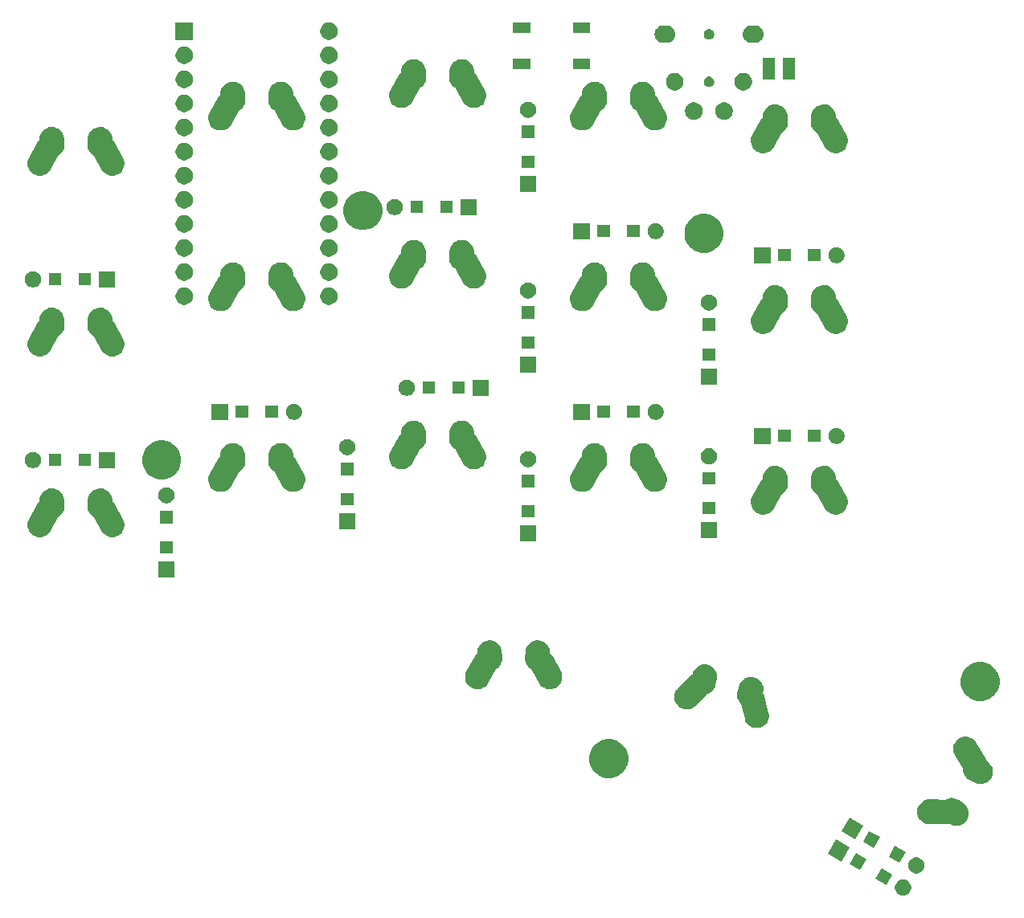
<source format=gbr>
G04 #@! TF.GenerationSoftware,KiCad,Pcbnew,(5.1.5-0-10_14)*
G04 #@! TF.CreationDate,2020-04-20T20:44:16-04:00*
G04 #@! TF.ProjectId,minidox-routed,6d696e69-646f-4782-9d72-6f757465642e,rev?*
G04 #@! TF.SameCoordinates,Original*
G04 #@! TF.FileFunction,Soldermask,Top*
G04 #@! TF.FilePolarity,Negative*
%FSLAX46Y46*%
G04 Gerber Fmt 4.6, Leading zero omitted, Abs format (unit mm)*
G04 Created by KiCad (PCBNEW (5.1.5-0-10_14)) date 2020-04-20 20:44:16*
%MOMM*%
%LPD*%
G04 APERTURE LIST*
%ADD10C,0.100000*%
G04 APERTURE END LIST*
D10*
G36*
X154044527Y-199200903D02*
G01*
X154199399Y-199265053D01*
X154338780Y-199358185D01*
X154457314Y-199476719D01*
X154550446Y-199616100D01*
X154614596Y-199770972D01*
X154647299Y-199935384D01*
X154647299Y-200103016D01*
X154614596Y-200267428D01*
X154550446Y-200422300D01*
X154457314Y-200561681D01*
X154338780Y-200680215D01*
X154199399Y-200773347D01*
X154044527Y-200837497D01*
X153880115Y-200870200D01*
X153712483Y-200870200D01*
X153548071Y-200837497D01*
X153393199Y-200773347D01*
X153253818Y-200680215D01*
X153135284Y-200561681D01*
X153042152Y-200422300D01*
X152978002Y-200267428D01*
X152945299Y-200103016D01*
X152945299Y-199935384D01*
X152978002Y-199770972D01*
X153042152Y-199616100D01*
X153135284Y-199476719D01*
X153253818Y-199358185D01*
X153393199Y-199265053D01*
X153548071Y-199200903D01*
X153712483Y-199168200D01*
X153880115Y-199168200D01*
X154044527Y-199200903D01*
G37*
G36*
X152672073Y-198618417D02*
G01*
X152021073Y-199745983D01*
X150893507Y-199094983D01*
X151544507Y-197967417D01*
X152672073Y-198618417D01*
G37*
G36*
X155441527Y-196864103D02*
G01*
X155596399Y-196928253D01*
X155735780Y-197021385D01*
X155854314Y-197139919D01*
X155947446Y-197279300D01*
X156011596Y-197434172D01*
X156044299Y-197598584D01*
X156044299Y-197766216D01*
X156011596Y-197930628D01*
X155947446Y-198085500D01*
X155854314Y-198224881D01*
X155735780Y-198343415D01*
X155596399Y-198436547D01*
X155441527Y-198500697D01*
X155277115Y-198533400D01*
X155109483Y-198533400D01*
X154945071Y-198500697D01*
X154790199Y-198436547D01*
X154650818Y-198343415D01*
X154532284Y-198224881D01*
X154439152Y-198085500D01*
X154375002Y-197930628D01*
X154342299Y-197766216D01*
X154342299Y-197598584D01*
X154375002Y-197434172D01*
X154439152Y-197279300D01*
X154532284Y-197139919D01*
X154650818Y-197021385D01*
X154790199Y-196928253D01*
X154945071Y-196864103D01*
X155109483Y-196831400D01*
X155277115Y-196831400D01*
X155441527Y-196864103D01*
G37*
G36*
X149944093Y-197043417D02*
G01*
X149293093Y-198170983D01*
X148165527Y-197519983D01*
X148816527Y-196392417D01*
X149944093Y-197043417D01*
G37*
G36*
X154069073Y-196281617D02*
G01*
X153418073Y-197409183D01*
X152290507Y-196758183D01*
X152941507Y-195630617D01*
X154069073Y-196281617D01*
G37*
G36*
X148203789Y-195807712D02*
G01*
X147352789Y-197281688D01*
X145878813Y-196430688D01*
X146729813Y-194956712D01*
X148203789Y-195807712D01*
G37*
G36*
X151341093Y-194706617D02*
G01*
X150690093Y-195834183D01*
X149562527Y-195183183D01*
X150213527Y-194055617D01*
X151341093Y-194706617D01*
G37*
G36*
X149600789Y-193470912D02*
G01*
X148749789Y-194944888D01*
X147275813Y-194093888D01*
X148126813Y-192619912D01*
X149600789Y-193470912D01*
G37*
G36*
X159113018Y-190578133D02*
G01*
X159192156Y-190586136D01*
X159437195Y-190661169D01*
X159437197Y-190661170D01*
X159606341Y-190752149D01*
X159645951Y-190778766D01*
X160193831Y-191146925D01*
X160341979Y-191269157D01*
X160504039Y-191467685D01*
X160624253Y-191694012D01*
X160698004Y-191939444D01*
X160722455Y-192194550D01*
X160696669Y-192449524D01*
X160621635Y-192694569D01*
X160500237Y-192920265D01*
X160337140Y-193117942D01*
X160138612Y-193280002D01*
X160138610Y-193280003D01*
X160138609Y-193280004D01*
X159912284Y-193400217D01*
X159666852Y-193473967D01*
X159625815Y-193477900D01*
X159411745Y-193498419D01*
X159156771Y-193472633D01*
X159156768Y-193472632D01*
X159156767Y-193472632D01*
X159090966Y-193452483D01*
X158911728Y-193397599D01*
X158770683Y-193321733D01*
X158737175Y-193303710D01*
X158737077Y-193303893D01*
X158722751Y-193296189D01*
X158699320Y-193289016D01*
X158674940Y-193286552D01*
X158640329Y-193291349D01*
X158484235Y-193335887D01*
X158436380Y-193339800D01*
X158292817Y-193351540D01*
X158292814Y-193351540D01*
X156495252Y-193321733D01*
X156304456Y-193299742D01*
X156304453Y-193299741D01*
X156304452Y-193299741D01*
X156060485Y-193221294D01*
X155836503Y-193096755D01*
X155641121Y-192930914D01*
X155481853Y-192730146D01*
X155481851Y-192730144D01*
X155364808Y-192502158D01*
X155294491Y-192255718D01*
X155273604Y-192000298D01*
X155302948Y-191745710D01*
X155302949Y-191745706D01*
X155381396Y-191501739D01*
X155505935Y-191277757D01*
X155671776Y-191082375D01*
X155850208Y-190940826D01*
X155872546Y-190923105D01*
X156100532Y-190806062D01*
X156346972Y-190735745D01*
X156372848Y-190733629D01*
X156538390Y-190720092D01*
X156538392Y-190720092D01*
X156934069Y-190726653D01*
X158234585Y-190748218D01*
X158259007Y-190746221D01*
X158282571Y-190739497D01*
X158295285Y-190733633D01*
X158374099Y-190691771D01*
X158436643Y-190658550D01*
X158682073Y-190584801D01*
X158702592Y-190582834D01*
X158937178Y-190560349D01*
X159113018Y-190578133D01*
G37*
G36*
X160565434Y-184132694D02*
G01*
X160708542Y-184153889D01*
X160949853Y-184240173D01*
X161169694Y-184371875D01*
X161169695Y-184371876D01*
X161359621Y-184543939D01*
X161474064Y-184698178D01*
X161729109Y-185123484D01*
X162398661Y-186240011D01*
X162480814Y-186413612D01*
X162520288Y-186571057D01*
X162528548Y-186594127D01*
X162541150Y-186615142D01*
X162557610Y-186633295D01*
X162579707Y-186648275D01*
X162579414Y-186648749D01*
X162584634Y-186651976D01*
X162584638Y-186651978D01*
X162748001Y-186752971D01*
X162935505Y-186927669D01*
X163008646Y-187029175D01*
X163085323Y-187135587D01*
X163191701Y-187368743D01*
X163250548Y-187618168D01*
X163259604Y-187874285D01*
X163218522Y-188127239D01*
X163128877Y-188367325D01*
X163106759Y-188403102D01*
X162994117Y-188585308D01*
X162819420Y-188772813D01*
X162739824Y-188830167D01*
X162611502Y-188922631D01*
X162378345Y-189029009D01*
X162187767Y-189073972D01*
X162128920Y-189087856D01*
X161872806Y-189096912D01*
X161872804Y-189096912D01*
X161619845Y-189055829D01*
X161439927Y-188988650D01*
X161305165Y-188922631D01*
X160804286Y-188677254D01*
X160640924Y-188576261D01*
X160453420Y-188401563D01*
X160303600Y-188193643D01*
X160261050Y-188100382D01*
X160197224Y-187960493D01*
X160138376Y-187711063D01*
X160132720Y-187551108D01*
X160129458Y-187526822D01*
X160121521Y-187503639D01*
X160115000Y-187491239D01*
X159242547Y-186036359D01*
X159160391Y-185862753D01*
X159098069Y-185614177D01*
X159090432Y-185459407D01*
X159085438Y-185358213D01*
X159101791Y-185247811D01*
X159122986Y-185104703D01*
X159209270Y-184863392D01*
X159340972Y-184643551D01*
X159368336Y-184613346D01*
X159513036Y-184453624D01*
X159623212Y-184371875D01*
X159718846Y-184300915D01*
X159950490Y-184191295D01*
X160199068Y-184128972D01*
X160222061Y-184127837D01*
X160455032Y-184116341D01*
X160565434Y-184132694D01*
G37*
G36*
X123384394Y-184458738D02*
G01*
X123757651Y-184613346D01*
X123757653Y-184613347D01*
X123802856Y-184643551D01*
X124093576Y-184837804D01*
X124379256Y-185123484D01*
X124603714Y-185459409D01*
X124758322Y-185832666D01*
X124837140Y-186228913D01*
X124837140Y-186632927D01*
X124758322Y-187029174D01*
X124714244Y-187135587D01*
X124603713Y-187402433D01*
X124379256Y-187738356D01*
X124093576Y-188024036D01*
X123757653Y-188248493D01*
X123757652Y-188248494D01*
X123757651Y-188248494D01*
X123384394Y-188403102D01*
X122988147Y-188481920D01*
X122584133Y-188481920D01*
X122187886Y-188403102D01*
X121814629Y-188248494D01*
X121814628Y-188248494D01*
X121814627Y-188248493D01*
X121478704Y-188024036D01*
X121193024Y-187738356D01*
X120968567Y-187402433D01*
X120858036Y-187135587D01*
X120813958Y-187029174D01*
X120735140Y-186632927D01*
X120735140Y-186228913D01*
X120813958Y-185832666D01*
X120968566Y-185459409D01*
X121193024Y-185123484D01*
X121478704Y-184837804D01*
X121769424Y-184643551D01*
X121814627Y-184613347D01*
X121814629Y-184613346D01*
X122187886Y-184458738D01*
X122584133Y-184379920D01*
X122988147Y-184379920D01*
X123384394Y-184458738D01*
G37*
G36*
X137972840Y-177811416D02*
G01*
X138222266Y-177870263D01*
X138444782Y-177971787D01*
X138455421Y-177976641D01*
X138663343Y-178126461D01*
X138838035Y-178313958D01*
X138972799Y-178531946D01*
X139045706Y-178727206D01*
X139062442Y-178772028D01*
X139103526Y-179024988D01*
X139094470Y-179281104D01*
X139050369Y-179468031D01*
X139050366Y-179468039D01*
X139048958Y-179474008D01*
X139049161Y-179474056D01*
X139045428Y-179489876D01*
X139044563Y-179514364D01*
X139048491Y-179538552D01*
X139062086Y-179570753D01*
X139145505Y-179709998D01*
X139210167Y-179890838D01*
X139210169Y-179890846D01*
X139646621Y-181634871D01*
X139674761Y-181824858D01*
X139674761Y-181824859D01*
X139662130Y-182080823D01*
X139599807Y-182329401D01*
X139490187Y-182561046D01*
X139337478Y-182766855D01*
X139337477Y-182766856D01*
X139147553Y-182938918D01*
X139147551Y-182938919D01*
X139147550Y-182938920D01*
X138927710Y-183070622D01*
X138686400Y-183156906D01*
X138432889Y-183194453D01*
X138176925Y-183181823D01*
X137928346Y-183119499D01*
X137696703Y-183009879D01*
X137601067Y-182938918D01*
X137490893Y-182857170D01*
X137490890Y-182857167D01*
X137318830Y-182667246D01*
X137187127Y-182447404D01*
X137122464Y-182266560D01*
X136710624Y-180620883D01*
X136702373Y-180597810D01*
X136689780Y-180576789D01*
X136680820Y-180566020D01*
X136571716Y-180448917D01*
X136436953Y-180230932D01*
X136347310Y-179990849D01*
X136306226Y-179737891D01*
X136315282Y-179481775D01*
X136359382Y-179294851D01*
X136359383Y-179294848D01*
X136588655Y-178625199D01*
X136668377Y-178450467D01*
X136706531Y-178397517D01*
X136818196Y-178242547D01*
X137005699Y-178067850D01*
X137005700Y-178067849D01*
X137060195Y-178034159D01*
X137223685Y-177933087D01*
X137463766Y-177843444D01*
X137716724Y-177802361D01*
X137716725Y-177802361D01*
X137972840Y-177811416D01*
G37*
G36*
X133144122Y-176509578D02*
G01*
X133284126Y-176551648D01*
X133389556Y-176583328D01*
X133615883Y-176703541D01*
X133814414Y-176865603D01*
X133977506Y-177063273D01*
X133977509Y-177063279D01*
X134098908Y-177288975D01*
X134098909Y-177288978D01*
X134168635Y-177516681D01*
X134173943Y-177534018D01*
X134199730Y-177788993D01*
X134181406Y-177980176D01*
X134045138Y-178674744D01*
X134045136Y-178674749D01*
X133989867Y-178858681D01*
X133869654Y-179085008D01*
X133855088Y-179102852D01*
X133707593Y-179283538D01*
X133637621Y-179341270D01*
X133509917Y-179446635D01*
X133284219Y-179568034D01*
X133131180Y-179614896D01*
X133108566Y-179624333D01*
X133088227Y-179638000D01*
X133077938Y-179647507D01*
X132745796Y-179990849D01*
X131898436Y-180866784D01*
X131798675Y-180951462D01*
X131752012Y-180991070D01*
X131528031Y-181115608D01*
X131292392Y-181191376D01*
X131284059Y-181194056D01*
X131167071Y-181207540D01*
X131029469Y-181223400D01*
X130774051Y-181202513D01*
X130527611Y-181132196D01*
X130495298Y-181115607D01*
X130299625Y-181015153D01*
X130098854Y-180855881D01*
X129933013Y-180660501D01*
X129898156Y-180597810D01*
X129808475Y-180436520D01*
X129730028Y-180192551D01*
X129730027Y-180192548D01*
X129716543Y-180075560D01*
X129700683Y-179937958D01*
X129721570Y-179682540D01*
X129791887Y-179436100D01*
X129798009Y-179424175D01*
X129908930Y-179208114D01*
X129935942Y-179174064D01*
X130028291Y-179057652D01*
X130862058Y-178195768D01*
X131278285Y-177765504D01*
X131424709Y-177641218D01*
X131566574Y-177562338D01*
X131586720Y-177548389D01*
X131603757Y-177530777D01*
X131617031Y-177510179D01*
X131625783Y-177484959D01*
X131626315Y-177485119D01*
X131683353Y-177295301D01*
X131803566Y-177068974D01*
X131965628Y-176870443D01*
X132163300Y-176707349D01*
X132317141Y-176624601D01*
X132388999Y-176585949D01*
X132634043Y-176510914D01*
X132889017Y-176485127D01*
X133144122Y-176509578D01*
G37*
G36*
X162500394Y-176330738D02*
G01*
X162873651Y-176485346D01*
X162873653Y-176485347D01*
X163209576Y-176709804D01*
X163495256Y-176995484D01*
X163695588Y-177295301D01*
X163719714Y-177331409D01*
X163874322Y-177704666D01*
X163953140Y-178100913D01*
X163953140Y-178504927D01*
X163874322Y-178901174D01*
X163790784Y-179102852D01*
X163719713Y-179274433D01*
X163495256Y-179610356D01*
X163209576Y-179896036D01*
X162873653Y-180120493D01*
X162873652Y-180120494D01*
X162873651Y-180120494D01*
X162500394Y-180275102D01*
X162104147Y-180353920D01*
X161700133Y-180353920D01*
X161303886Y-180275102D01*
X160930629Y-180120494D01*
X160930628Y-180120494D01*
X160930627Y-180120493D01*
X160594704Y-179896036D01*
X160309024Y-179610356D01*
X160084567Y-179274433D01*
X160013496Y-179102852D01*
X159929958Y-178901174D01*
X159851140Y-178504927D01*
X159851140Y-178100913D01*
X159929958Y-177704666D01*
X160084566Y-177331409D01*
X160108693Y-177295301D01*
X160309024Y-176995484D01*
X160594704Y-176709804D01*
X160930627Y-176485347D01*
X160930629Y-176485346D01*
X161303886Y-176330738D01*
X161700133Y-176251920D01*
X162104147Y-176251920D01*
X162500394Y-176330738D01*
G37*
G36*
X115653379Y-173998813D02*
G01*
X115892991Y-174089713D01*
X116110265Y-174225613D01*
X116296852Y-174401288D01*
X116408209Y-174557550D01*
X116445580Y-174609990D01*
X116550735Y-174843697D01*
X116550736Y-174843701D01*
X116608276Y-175093428D01*
X116614243Y-175291540D01*
X116614450Y-175291534D01*
X116614942Y-175307796D01*
X116620447Y-175331674D01*
X116630504Y-175354019D01*
X116651962Y-175381592D01*
X116768579Y-175494503D01*
X116877846Y-175652451D01*
X117750813Y-177224089D01*
X117827166Y-177400320D01*
X117881213Y-177650831D01*
X117885351Y-177907072D01*
X117872676Y-177976641D01*
X117839419Y-178159196D01*
X117745180Y-178397517D01*
X117606262Y-178612870D01*
X117527392Y-178694328D01*
X117427996Y-178796986D01*
X117329668Y-178865008D01*
X117217239Y-178942785D01*
X117141547Y-178975579D01*
X116982086Y-179044667D01*
X116731575Y-179098714D01*
X116475334Y-179102852D01*
X116387117Y-179086780D01*
X116223210Y-179056920D01*
X115984889Y-178962682D01*
X115769537Y-178823763D01*
X115585423Y-178645499D01*
X115585421Y-178645497D01*
X115476154Y-178487549D01*
X114652413Y-177004534D01*
X114638477Y-176984389D01*
X114620872Y-176967344D01*
X114609430Y-176959261D01*
X114473735Y-176874387D01*
X114287148Y-176698712D01*
X114152365Y-176509578D01*
X114138420Y-176490010D01*
X114033265Y-176256303D01*
X113975724Y-176006571D01*
X113974948Y-175980804D01*
X113969942Y-175814608D01*
X114018084Y-175108428D01*
X114030044Y-175037148D01*
X114049865Y-174919017D01*
X114140765Y-174679405D01*
X114276665Y-174462131D01*
X114333950Y-174401288D01*
X114452340Y-174275544D01*
X114608602Y-174164187D01*
X114661042Y-174126816D01*
X114894749Y-174021661D01*
X114894753Y-174021660D01*
X115144479Y-173964120D01*
X115400634Y-173956406D01*
X115400638Y-173956406D01*
X115653379Y-173998813D01*
G37*
G36*
X110399521Y-173964120D02*
G01*
X110649247Y-174021660D01*
X110649251Y-174021661D01*
X110882958Y-174126816D01*
X110935398Y-174164187D01*
X111091660Y-174275544D01*
X111210050Y-174401288D01*
X111267335Y-174462131D01*
X111403235Y-174679405D01*
X111494135Y-174919017D01*
X111525916Y-175108429D01*
X111554460Y-175527130D01*
X111574058Y-175814606D01*
X111569052Y-175980804D01*
X111568276Y-176006571D01*
X111510735Y-176256303D01*
X111405580Y-176490010D01*
X111391635Y-176509578D01*
X111256852Y-176698712D01*
X111070265Y-176874387D01*
X110934570Y-176959261D01*
X110915169Y-176974229D01*
X110899061Y-176992694D01*
X110891594Y-177004522D01*
X110067846Y-178487549D01*
X109958579Y-178645497D01*
X109958577Y-178645499D01*
X109774463Y-178823763D01*
X109559110Y-178962681D01*
X109559108Y-178962682D01*
X109558435Y-178962948D01*
X109320789Y-179056920D01*
X109156882Y-179086780D01*
X109068665Y-179102852D01*
X108812425Y-179098714D01*
X108561914Y-179044667D01*
X108402453Y-178975579D01*
X108326761Y-178942785D01*
X108214332Y-178865008D01*
X108116004Y-178796986D01*
X108016608Y-178694328D01*
X107937738Y-178612870D01*
X107798820Y-178397517D01*
X107704581Y-178159196D01*
X107671324Y-177976641D01*
X107658649Y-177907072D01*
X107662787Y-177650832D01*
X107716834Y-177400321D01*
X107793187Y-177224090D01*
X108666154Y-175652451D01*
X108775421Y-175494503D01*
X108892038Y-175381592D01*
X108907887Y-175362904D01*
X108919786Y-175341482D01*
X108927277Y-175318151D01*
X108929202Y-175291521D01*
X108929757Y-175291538D01*
X108935724Y-175093428D01*
X108993264Y-174843701D01*
X108993265Y-174843697D01*
X109098420Y-174609990D01*
X109135791Y-174557550D01*
X109247148Y-174401288D01*
X109433735Y-174225613D01*
X109651009Y-174089713D01*
X109890621Y-173998813D01*
X110143362Y-173956406D01*
X110143366Y-173956406D01*
X110399521Y-173964120D01*
G37*
G36*
X77051000Y-167311000D02*
G01*
X75349000Y-167311000D01*
X75349000Y-165609000D01*
X77051000Y-165609000D01*
X77051000Y-167311000D01*
G37*
G36*
X76851000Y-164786000D02*
G01*
X75549000Y-164786000D01*
X75549000Y-163484000D01*
X76851000Y-163484000D01*
X76851000Y-164786000D01*
G37*
G36*
X115151000Y-163501000D02*
G01*
X113449000Y-163501000D01*
X113449000Y-161799000D01*
X115151000Y-161799000D01*
X115151000Y-163501000D01*
G37*
G36*
X134201000Y-163196000D02*
G01*
X132499000Y-163196000D01*
X132499000Y-161494000D01*
X134201000Y-161494000D01*
X134201000Y-163196000D01*
G37*
G36*
X64302521Y-157930120D02*
G01*
X64552247Y-157987660D01*
X64552251Y-157987661D01*
X64785958Y-158092816D01*
X64820622Y-158117519D01*
X64994660Y-158241544D01*
X65113050Y-158367288D01*
X65170335Y-158428131D01*
X65306235Y-158645405D01*
X65397135Y-158885017D01*
X65428916Y-159074429D01*
X65457388Y-159492072D01*
X65477058Y-159780606D01*
X65471276Y-159972572D01*
X65448240Y-160072549D01*
X65413735Y-160222303D01*
X65308580Y-160456010D01*
X65271209Y-160508450D01*
X65159852Y-160664712D01*
X64973265Y-160840387D01*
X64837570Y-160925261D01*
X64818169Y-160940229D01*
X64802061Y-160958694D01*
X64794594Y-160970522D01*
X63970846Y-162453549D01*
X63861579Y-162611497D01*
X63861577Y-162611499D01*
X63677463Y-162789763D01*
X63492953Y-162908785D01*
X63462108Y-162928682D01*
X63439546Y-162937603D01*
X63223789Y-163022920D01*
X63044840Y-163055520D01*
X62971665Y-163068852D01*
X62715425Y-163064714D01*
X62464914Y-163010667D01*
X62331643Y-162952926D01*
X62229761Y-162908785D01*
X62118312Y-162831686D01*
X62019004Y-162762986D01*
X62019002Y-162762984D01*
X61840738Y-162578870D01*
X61701820Y-162363517D01*
X61607581Y-162125196D01*
X61574981Y-161946247D01*
X61561649Y-161873072D01*
X61565787Y-161616832D01*
X61619834Y-161366321D01*
X61696187Y-161190090D01*
X62569154Y-159618451D01*
X62678421Y-159460503D01*
X62795038Y-159347592D01*
X62810887Y-159328904D01*
X62822786Y-159307482D01*
X62830277Y-159284151D01*
X62832202Y-159257521D01*
X62832757Y-159257538D01*
X62838724Y-159059428D01*
X62896264Y-158809701D01*
X62896265Y-158809697D01*
X63001420Y-158575990D01*
X63054925Y-158500910D01*
X63150148Y-158367288D01*
X63336735Y-158191613D01*
X63408405Y-158146785D01*
X63554009Y-158055713D01*
X63793621Y-157964813D01*
X64046362Y-157922406D01*
X64046366Y-157922406D01*
X64302521Y-157930120D01*
G37*
G36*
X69556379Y-157964813D02*
G01*
X69795991Y-158055713D01*
X69941595Y-158146785D01*
X70013265Y-158191613D01*
X70199852Y-158367288D01*
X70295075Y-158500910D01*
X70348580Y-158575990D01*
X70453735Y-158809697D01*
X70453736Y-158809701D01*
X70511276Y-159059428D01*
X70517243Y-159257540D01*
X70517450Y-159257534D01*
X70517942Y-159273796D01*
X70523447Y-159297674D01*
X70533504Y-159320019D01*
X70554962Y-159347592D01*
X70671579Y-159460503D01*
X70780846Y-159618451D01*
X71653813Y-161190089D01*
X71730166Y-161366320D01*
X71784213Y-161616831D01*
X71788351Y-161873072D01*
X71775019Y-161946247D01*
X71742419Y-162125196D01*
X71648180Y-162363517D01*
X71509262Y-162578870D01*
X71330998Y-162762984D01*
X71330996Y-162762986D01*
X71231688Y-162831686D01*
X71120239Y-162908785D01*
X71018357Y-162952926D01*
X70885086Y-163010667D01*
X70634575Y-163064714D01*
X70378334Y-163068852D01*
X70305159Y-163055520D01*
X70126210Y-163022920D01*
X69887889Y-162928682D01*
X69672537Y-162789763D01*
X69488423Y-162611499D01*
X69488421Y-162611497D01*
X69379154Y-162453549D01*
X68555413Y-160970534D01*
X68541477Y-160950389D01*
X68523872Y-160933344D01*
X68512430Y-160925261D01*
X68376735Y-160840387D01*
X68190148Y-160664712D01*
X68078791Y-160508450D01*
X68041420Y-160456010D01*
X67936265Y-160222303D01*
X67901760Y-160072549D01*
X67878724Y-159972572D01*
X67872942Y-159780608D01*
X67921084Y-159074428D01*
X67933044Y-159003148D01*
X67952865Y-158885017D01*
X68043765Y-158645405D01*
X68179665Y-158428131D01*
X68236950Y-158367288D01*
X68355340Y-158241544D01*
X68529378Y-158117519D01*
X68564042Y-158092816D01*
X68797749Y-157987661D01*
X68797753Y-157987660D01*
X69047479Y-157930120D01*
X69303634Y-157922406D01*
X69303638Y-157922406D01*
X69556379Y-157964813D01*
G37*
G36*
X96101000Y-162231000D02*
G01*
X94399000Y-162231000D01*
X94399000Y-160529000D01*
X96101000Y-160529000D01*
X96101000Y-162231000D01*
G37*
G36*
X76851000Y-161636000D02*
G01*
X75549000Y-161636000D01*
X75549000Y-160334000D01*
X76851000Y-160334000D01*
X76851000Y-161636000D01*
G37*
G36*
X114951000Y-160976000D02*
G01*
X113649000Y-160976000D01*
X113649000Y-159674000D01*
X114951000Y-159674000D01*
X114951000Y-160976000D01*
G37*
G36*
X140502521Y-155549120D02*
G01*
X140752247Y-155606660D01*
X140752251Y-155606661D01*
X140985958Y-155711816D01*
X141038398Y-155749187D01*
X141194660Y-155860544D01*
X141313050Y-155986288D01*
X141370335Y-156047131D01*
X141506235Y-156264405D01*
X141597135Y-156504017D01*
X141628916Y-156693429D01*
X141657388Y-157111072D01*
X141677058Y-157399606D01*
X141671276Y-157591572D01*
X141648240Y-157691549D01*
X141613735Y-157841303D01*
X141508580Y-158075010D01*
X141471209Y-158127450D01*
X141359852Y-158283712D01*
X141173265Y-158459387D01*
X141037570Y-158544261D01*
X141018169Y-158559229D01*
X141002061Y-158577694D01*
X140994594Y-158589522D01*
X140170846Y-160072549D01*
X140061579Y-160230497D01*
X140061577Y-160230499D01*
X139877463Y-160408763D01*
X139662110Y-160547681D01*
X139662108Y-160547682D01*
X139639546Y-160556603D01*
X139423789Y-160641920D01*
X139244840Y-160674520D01*
X139171665Y-160687852D01*
X138915425Y-160683714D01*
X138664914Y-160629667D01*
X138531643Y-160571926D01*
X138429761Y-160527785D01*
X138318312Y-160450686D01*
X138219004Y-160381986D01*
X138172543Y-160334000D01*
X138040738Y-160197870D01*
X137901820Y-159982517D01*
X137807581Y-159744196D01*
X137774981Y-159565247D01*
X137761649Y-159492072D01*
X137765787Y-159235832D01*
X137819834Y-158985321D01*
X137896187Y-158809090D01*
X138769154Y-157237451D01*
X138878421Y-157079503D01*
X138995038Y-156966592D01*
X139010887Y-156947904D01*
X139022786Y-156926482D01*
X139030277Y-156903151D01*
X139032202Y-156876521D01*
X139032757Y-156876538D01*
X139038724Y-156678428D01*
X139096264Y-156428701D01*
X139096265Y-156428697D01*
X139201420Y-156194990D01*
X139254925Y-156119910D01*
X139350148Y-155986288D01*
X139536735Y-155810613D01*
X139620380Y-155758295D01*
X139754009Y-155674713D01*
X139993621Y-155583813D01*
X140246362Y-155541406D01*
X140246366Y-155541406D01*
X140502521Y-155549120D01*
G37*
G36*
X145756379Y-155583813D02*
G01*
X145995991Y-155674713D01*
X146129620Y-155758295D01*
X146213265Y-155810613D01*
X146399852Y-155986288D01*
X146495075Y-156119910D01*
X146548580Y-156194990D01*
X146653735Y-156428697D01*
X146653736Y-156428701D01*
X146711276Y-156678428D01*
X146717243Y-156876540D01*
X146717450Y-156876534D01*
X146717942Y-156892796D01*
X146723447Y-156916674D01*
X146733504Y-156939019D01*
X146754962Y-156966592D01*
X146871579Y-157079503D01*
X146980846Y-157237451D01*
X147853813Y-158809089D01*
X147930166Y-158985320D01*
X147984213Y-159235831D01*
X147988351Y-159492072D01*
X147975019Y-159565247D01*
X147942419Y-159744196D01*
X147848180Y-159982517D01*
X147709262Y-160197870D01*
X147577457Y-160334000D01*
X147530996Y-160381986D01*
X147431688Y-160450686D01*
X147320239Y-160527785D01*
X147218357Y-160571926D01*
X147085086Y-160629667D01*
X146834575Y-160683714D01*
X146578334Y-160687852D01*
X146505159Y-160674520D01*
X146326210Y-160641920D01*
X146087889Y-160547682D01*
X145872537Y-160408763D01*
X145688423Y-160230499D01*
X145688421Y-160230497D01*
X145579154Y-160072549D01*
X144755413Y-158589534D01*
X144741477Y-158569389D01*
X144723872Y-158552344D01*
X144712430Y-158544261D01*
X144576735Y-158459387D01*
X144390148Y-158283712D01*
X144278791Y-158127450D01*
X144241420Y-158075010D01*
X144136265Y-157841303D01*
X144101760Y-157691549D01*
X144078724Y-157591572D01*
X144072942Y-157399608D01*
X144121084Y-156693428D01*
X144133044Y-156622148D01*
X144152865Y-156504017D01*
X144243765Y-156264405D01*
X144379665Y-156047131D01*
X144436950Y-155986288D01*
X144555340Y-155860544D01*
X144711602Y-155749187D01*
X144764042Y-155711816D01*
X144997749Y-155606661D01*
X144997753Y-155606660D01*
X145247479Y-155549120D01*
X145503634Y-155541406D01*
X145503638Y-155541406D01*
X145756379Y-155583813D01*
G37*
G36*
X134001000Y-160671000D02*
G01*
X132699000Y-160671000D01*
X132699000Y-159369000D01*
X134001000Y-159369000D01*
X134001000Y-160671000D01*
G37*
G36*
X95901000Y-159706000D02*
G01*
X94599000Y-159706000D01*
X94599000Y-158404000D01*
X95901000Y-158404000D01*
X95901000Y-159706000D01*
G37*
G36*
X76448228Y-157841703D02*
G01*
X76603100Y-157905853D01*
X76742481Y-157998985D01*
X76861015Y-158117519D01*
X76954147Y-158256900D01*
X77018297Y-158411772D01*
X77051000Y-158576184D01*
X77051000Y-158743816D01*
X77018297Y-158908228D01*
X76954147Y-159063100D01*
X76861015Y-159202481D01*
X76742481Y-159321015D01*
X76603100Y-159414147D01*
X76448228Y-159478297D01*
X76283816Y-159511000D01*
X76116184Y-159511000D01*
X75951772Y-159478297D01*
X75796900Y-159414147D01*
X75657519Y-159321015D01*
X75538985Y-159202481D01*
X75445853Y-159063100D01*
X75381703Y-158908228D01*
X75349000Y-158743816D01*
X75349000Y-158576184D01*
X75381703Y-158411772D01*
X75445853Y-158256900D01*
X75538985Y-158117519D01*
X75657519Y-157998985D01*
X75796900Y-157905853D01*
X75951772Y-157841703D01*
X76116184Y-157809000D01*
X76283816Y-157809000D01*
X76448228Y-157841703D01*
G37*
G36*
X88606379Y-153202813D02*
G01*
X88845991Y-153293713D01*
X89063265Y-153429613D01*
X89249852Y-153605288D01*
X89336376Y-153726703D01*
X89398580Y-153813990D01*
X89503735Y-154047697D01*
X89503736Y-154047701D01*
X89561276Y-154297428D01*
X89567243Y-154495540D01*
X89567450Y-154495534D01*
X89567942Y-154511796D01*
X89573447Y-154535674D01*
X89583504Y-154558019D01*
X89604962Y-154585592D01*
X89721579Y-154698503D01*
X89830846Y-154856451D01*
X90703813Y-156428089D01*
X90780166Y-156604320D01*
X90834213Y-156854831D01*
X90838351Y-157111072D01*
X90825019Y-157184247D01*
X90792419Y-157363196D01*
X90698180Y-157601517D01*
X90559262Y-157816870D01*
X90393899Y-157987660D01*
X90380996Y-158000986D01*
X90281688Y-158069686D01*
X90170239Y-158146785D01*
X90068357Y-158190926D01*
X89935086Y-158248667D01*
X89684575Y-158302714D01*
X89428334Y-158306852D01*
X89355159Y-158293520D01*
X89176210Y-158260920D01*
X88937889Y-158166682D01*
X88722537Y-158027763D01*
X88538423Y-157849499D01*
X88538421Y-157849497D01*
X88429154Y-157691549D01*
X87605413Y-156208534D01*
X87591477Y-156188389D01*
X87573872Y-156171344D01*
X87562430Y-156163261D01*
X87426735Y-156078387D01*
X87240148Y-155902712D01*
X87104111Y-155711818D01*
X87091420Y-155694010D01*
X86986265Y-155460303D01*
X86951530Y-155309550D01*
X86928724Y-155210572D01*
X86922942Y-155018608D01*
X86971084Y-154312428D01*
X86975650Y-154285213D01*
X87002865Y-154123017D01*
X87093765Y-153883405D01*
X87229665Y-153666131D01*
X87231846Y-153663815D01*
X87405340Y-153479544D01*
X87612701Y-153331772D01*
X87614042Y-153330816D01*
X87847749Y-153225661D01*
X87879709Y-153218297D01*
X88097479Y-153168120D01*
X88353634Y-153160406D01*
X88353638Y-153160406D01*
X88606379Y-153202813D01*
G37*
G36*
X126706379Y-153202813D02*
G01*
X126945991Y-153293713D01*
X127163265Y-153429613D01*
X127349852Y-153605288D01*
X127436376Y-153726703D01*
X127498580Y-153813990D01*
X127603735Y-154047697D01*
X127603736Y-154047701D01*
X127661276Y-154297428D01*
X127667243Y-154495540D01*
X127667450Y-154495534D01*
X127667942Y-154511796D01*
X127673447Y-154535674D01*
X127683504Y-154558019D01*
X127704962Y-154585592D01*
X127821579Y-154698503D01*
X127930846Y-154856451D01*
X128803813Y-156428089D01*
X128880166Y-156604320D01*
X128934213Y-156854831D01*
X128938351Y-157111072D01*
X128925019Y-157184247D01*
X128892419Y-157363196D01*
X128798180Y-157601517D01*
X128659262Y-157816870D01*
X128493899Y-157987660D01*
X128480996Y-158000986D01*
X128381688Y-158069686D01*
X128270239Y-158146785D01*
X128168357Y-158190926D01*
X128035086Y-158248667D01*
X127784575Y-158302714D01*
X127528334Y-158306852D01*
X127455159Y-158293520D01*
X127276210Y-158260920D01*
X127037889Y-158166682D01*
X126822537Y-158027763D01*
X126638423Y-157849499D01*
X126638421Y-157849497D01*
X126529154Y-157691549D01*
X125705413Y-156208534D01*
X125691477Y-156188389D01*
X125673872Y-156171344D01*
X125662430Y-156163261D01*
X125526735Y-156078387D01*
X125340148Y-155902712D01*
X125204111Y-155711818D01*
X125191420Y-155694010D01*
X125086265Y-155460303D01*
X125051530Y-155309550D01*
X125028724Y-155210572D01*
X125022942Y-155018608D01*
X125071084Y-154312428D01*
X125075650Y-154285213D01*
X125102865Y-154123017D01*
X125193765Y-153883405D01*
X125329665Y-153666131D01*
X125331846Y-153663815D01*
X125505340Y-153479544D01*
X125712701Y-153331772D01*
X125714042Y-153330816D01*
X125947749Y-153225661D01*
X125979709Y-153218297D01*
X126197479Y-153168120D01*
X126453634Y-153160406D01*
X126453638Y-153160406D01*
X126706379Y-153202813D01*
G37*
G36*
X121452521Y-153168120D02*
G01*
X121670291Y-153218297D01*
X121702251Y-153225661D01*
X121935958Y-153330816D01*
X121937299Y-153331772D01*
X122144660Y-153479544D01*
X122318154Y-153663815D01*
X122320335Y-153666131D01*
X122456235Y-153883405D01*
X122547135Y-154123017D01*
X122578916Y-154312429D01*
X122607319Y-154729072D01*
X122627058Y-155018606D01*
X122621276Y-155210572D01*
X122598470Y-155309550D01*
X122563735Y-155460303D01*
X122458580Y-155694010D01*
X122445889Y-155711818D01*
X122309852Y-155902712D01*
X122123265Y-156078387D01*
X121987570Y-156163261D01*
X121968169Y-156178229D01*
X121952061Y-156196694D01*
X121944594Y-156208522D01*
X121120846Y-157691549D01*
X121011579Y-157849497D01*
X121011577Y-157849499D01*
X120827463Y-158027763D01*
X120642953Y-158146785D01*
X120612108Y-158166682D01*
X120589546Y-158175603D01*
X120373789Y-158260920D01*
X120194840Y-158293520D01*
X120121665Y-158306852D01*
X119865425Y-158302714D01*
X119614914Y-158248667D01*
X119481643Y-158190926D01*
X119379761Y-158146785D01*
X119268312Y-158069686D01*
X119169004Y-158000986D01*
X119156101Y-157987660D01*
X118990738Y-157816870D01*
X118851820Y-157601517D01*
X118757581Y-157363196D01*
X118724981Y-157184247D01*
X118711649Y-157111072D01*
X118715787Y-156854832D01*
X118769834Y-156604321D01*
X118846187Y-156428090D01*
X119719154Y-154856451D01*
X119828421Y-154698503D01*
X119945038Y-154585592D01*
X119960887Y-154566904D01*
X119972786Y-154545482D01*
X119980277Y-154522151D01*
X119982202Y-154495521D01*
X119982757Y-154495538D01*
X119988724Y-154297428D01*
X120046264Y-154047701D01*
X120046265Y-154047697D01*
X120151420Y-153813990D01*
X120213624Y-153726703D01*
X120300148Y-153605288D01*
X120486735Y-153429613D01*
X120704009Y-153293713D01*
X120943621Y-153202813D01*
X121196362Y-153160406D01*
X121196366Y-153160406D01*
X121452521Y-153168120D01*
G37*
G36*
X83352521Y-153168120D02*
G01*
X83570291Y-153218297D01*
X83602251Y-153225661D01*
X83835958Y-153330816D01*
X83837299Y-153331772D01*
X84044660Y-153479544D01*
X84218154Y-153663815D01*
X84220335Y-153666131D01*
X84356235Y-153883405D01*
X84447135Y-154123017D01*
X84478916Y-154312429D01*
X84507319Y-154729072D01*
X84527058Y-155018606D01*
X84521276Y-155210572D01*
X84498470Y-155309550D01*
X84463735Y-155460303D01*
X84358580Y-155694010D01*
X84345889Y-155711818D01*
X84209852Y-155902712D01*
X84023265Y-156078387D01*
X83887570Y-156163261D01*
X83868169Y-156178229D01*
X83852061Y-156196694D01*
X83844594Y-156208522D01*
X83020846Y-157691549D01*
X82911579Y-157849497D01*
X82911577Y-157849499D01*
X82727463Y-158027763D01*
X82542953Y-158146785D01*
X82512108Y-158166682D01*
X82489546Y-158175603D01*
X82273789Y-158260920D01*
X82094840Y-158293520D01*
X82021665Y-158306852D01*
X81765425Y-158302714D01*
X81514914Y-158248667D01*
X81381643Y-158190926D01*
X81279761Y-158146785D01*
X81168312Y-158069686D01*
X81069004Y-158000986D01*
X81056101Y-157987660D01*
X80890738Y-157816870D01*
X80751820Y-157601517D01*
X80657581Y-157363196D01*
X80624981Y-157184247D01*
X80611649Y-157111072D01*
X80615787Y-156854832D01*
X80669834Y-156604321D01*
X80746187Y-156428090D01*
X81619154Y-154856451D01*
X81728421Y-154698503D01*
X81845038Y-154585592D01*
X81860887Y-154566904D01*
X81872786Y-154545482D01*
X81880277Y-154522151D01*
X81882202Y-154495521D01*
X81882757Y-154495538D01*
X81888724Y-154297428D01*
X81946264Y-154047701D01*
X81946265Y-154047697D01*
X82051420Y-153813990D01*
X82113624Y-153726703D01*
X82200148Y-153605288D01*
X82386735Y-153429613D01*
X82604009Y-153293713D01*
X82843621Y-153202813D01*
X83096362Y-153160406D01*
X83096366Y-153160406D01*
X83352521Y-153168120D01*
G37*
G36*
X114951000Y-157826000D02*
G01*
X113649000Y-157826000D01*
X113649000Y-156524000D01*
X114951000Y-156524000D01*
X114951000Y-157826000D01*
G37*
G36*
X134001000Y-157521000D02*
G01*
X132699000Y-157521000D01*
X132699000Y-156219000D01*
X134001000Y-156219000D01*
X134001000Y-157521000D01*
G37*
G36*
X76290254Y-152967818D02*
G01*
X76663511Y-153122426D01*
X76663513Y-153122427D01*
X76999436Y-153346884D01*
X77285116Y-153632564D01*
X77502486Y-153957880D01*
X77509574Y-153968489D01*
X77664182Y-154341746D01*
X77743000Y-154737993D01*
X77743000Y-155142007D01*
X77664182Y-155538254D01*
X77509574Y-155911511D01*
X77509573Y-155911513D01*
X77285116Y-156247436D01*
X76999436Y-156533116D01*
X76663513Y-156757573D01*
X76663512Y-156757574D01*
X76663511Y-156757574D01*
X76290254Y-156912182D01*
X75894007Y-156991000D01*
X75489993Y-156991000D01*
X75093746Y-156912182D01*
X74720489Y-156757574D01*
X74720488Y-156757574D01*
X74720487Y-156757573D01*
X74384564Y-156533116D01*
X74098884Y-156247436D01*
X73874427Y-155911513D01*
X73874426Y-155911511D01*
X73719818Y-155538254D01*
X73641000Y-155142007D01*
X73641000Y-154737993D01*
X73719818Y-154341746D01*
X73874426Y-153968489D01*
X73881515Y-153957880D01*
X74098884Y-153632564D01*
X74384564Y-153346884D01*
X74720487Y-153122427D01*
X74720489Y-153122426D01*
X75093746Y-152967818D01*
X75489993Y-152889000D01*
X75894007Y-152889000D01*
X76290254Y-152967818D01*
G37*
G36*
X95901000Y-156556000D02*
G01*
X94599000Y-156556000D01*
X94599000Y-155254000D01*
X95901000Y-155254000D01*
X95901000Y-156556000D01*
G37*
G36*
X102402521Y-150786120D02*
G01*
X102652247Y-150843660D01*
X102652251Y-150843661D01*
X102885958Y-150948816D01*
X102938398Y-150986187D01*
X103094660Y-151097544D01*
X103213050Y-151223288D01*
X103270335Y-151284131D01*
X103406235Y-151501405D01*
X103497135Y-151741017D01*
X103528916Y-151930429D01*
X103557460Y-152349130D01*
X103577058Y-152636606D01*
X103571276Y-152828572D01*
X103550444Y-152918985D01*
X103513735Y-153078303D01*
X103408580Y-153312010D01*
X103383727Y-153346884D01*
X103259852Y-153520712D01*
X103073265Y-153696387D01*
X102937570Y-153781261D01*
X102918169Y-153796229D01*
X102902061Y-153814694D01*
X102894594Y-153826522D01*
X102070846Y-155309549D01*
X101961579Y-155467497D01*
X101961577Y-155467499D01*
X101777463Y-155645763D01*
X101592953Y-155764785D01*
X101562108Y-155784682D01*
X101546130Y-155791000D01*
X101323789Y-155878920D01*
X101144892Y-155911511D01*
X101071665Y-155924852D01*
X100815425Y-155920714D01*
X100564914Y-155866667D01*
X100390268Y-155791000D01*
X100329761Y-155764785D01*
X100199561Y-155674714D01*
X100119004Y-155618986D01*
X100107070Y-155606660D01*
X99940738Y-155434870D01*
X99801820Y-155219517D01*
X99707581Y-154981196D01*
X99673338Y-154793229D01*
X99661649Y-154729072D01*
X99665787Y-154472832D01*
X99719834Y-154222321D01*
X99796187Y-154046090D01*
X100669154Y-152474451D01*
X100778421Y-152316503D01*
X100895038Y-152203592D01*
X100910887Y-152184904D01*
X100922786Y-152163482D01*
X100930277Y-152140151D01*
X100932202Y-152113521D01*
X100932757Y-152113538D01*
X100938724Y-151915428D01*
X100996264Y-151665701D01*
X100996265Y-151665697D01*
X101101420Y-151431990D01*
X101138791Y-151379550D01*
X101250148Y-151223288D01*
X101436735Y-151047613D01*
X101654009Y-150911713D01*
X101893621Y-150820813D01*
X102146362Y-150778406D01*
X102146366Y-150778406D01*
X102402521Y-150786120D01*
G37*
G36*
X107656379Y-150820813D02*
G01*
X107895991Y-150911713D01*
X108113265Y-151047613D01*
X108299852Y-151223288D01*
X108411209Y-151379550D01*
X108448580Y-151431990D01*
X108553735Y-151665697D01*
X108553736Y-151665701D01*
X108611276Y-151915428D01*
X108617243Y-152113540D01*
X108617450Y-152113534D01*
X108617942Y-152129796D01*
X108623447Y-152153674D01*
X108633504Y-152176019D01*
X108654962Y-152203592D01*
X108771579Y-152316503D01*
X108880846Y-152474451D01*
X109753813Y-154046089D01*
X109830166Y-154222320D01*
X109884213Y-154472831D01*
X109888351Y-154729072D01*
X109876662Y-154793229D01*
X109842419Y-154981196D01*
X109748180Y-155219517D01*
X109609262Y-155434870D01*
X109442930Y-155606660D01*
X109430996Y-155618986D01*
X109350439Y-155674714D01*
X109220239Y-155764785D01*
X109159732Y-155791000D01*
X108985086Y-155866667D01*
X108734575Y-155920714D01*
X108478334Y-155924852D01*
X108405107Y-155911511D01*
X108226210Y-155878920D01*
X107987889Y-155784682D01*
X107772537Y-155645763D01*
X107588423Y-155467499D01*
X107588421Y-155467497D01*
X107479154Y-155309549D01*
X106655413Y-153826534D01*
X106641477Y-153806389D01*
X106623872Y-153789344D01*
X106612430Y-153781261D01*
X106476735Y-153696387D01*
X106290148Y-153520712D01*
X106166273Y-153346884D01*
X106141420Y-153312010D01*
X106036265Y-153078303D01*
X105999556Y-152918985D01*
X105978724Y-152828572D01*
X105972942Y-152636608D01*
X106021084Y-151930428D01*
X106033044Y-151859148D01*
X106052865Y-151741017D01*
X106143765Y-151501405D01*
X106279665Y-151284131D01*
X106336950Y-151223288D01*
X106455340Y-151097544D01*
X106611602Y-150986187D01*
X106664042Y-150948816D01*
X106897749Y-150843661D01*
X106897753Y-150843660D01*
X107147479Y-150786120D01*
X107403634Y-150778406D01*
X107403638Y-150778406D01*
X107656379Y-150820813D01*
G37*
G36*
X70791000Y-155791000D02*
G01*
X69089000Y-155791000D01*
X69089000Y-154089000D01*
X70791000Y-154089000D01*
X70791000Y-155791000D01*
G37*
G36*
X62388228Y-154121703D02*
G01*
X62543100Y-154185853D01*
X62682481Y-154278985D01*
X62801015Y-154397519D01*
X62894147Y-154536900D01*
X62958297Y-154691772D01*
X62991000Y-154856184D01*
X62991000Y-155023816D01*
X62958297Y-155188228D01*
X62894147Y-155343100D01*
X62801015Y-155482481D01*
X62682481Y-155601015D01*
X62543100Y-155694147D01*
X62388228Y-155758297D01*
X62223816Y-155791000D01*
X62056184Y-155791000D01*
X61891772Y-155758297D01*
X61736900Y-155694147D01*
X61597519Y-155601015D01*
X61478985Y-155482481D01*
X61385853Y-155343100D01*
X61321703Y-155188228D01*
X61289000Y-155023816D01*
X61289000Y-154856184D01*
X61321703Y-154691772D01*
X61385853Y-154536900D01*
X61478985Y-154397519D01*
X61597519Y-154278985D01*
X61736900Y-154185853D01*
X61891772Y-154121703D01*
X62056184Y-154089000D01*
X62223816Y-154089000D01*
X62388228Y-154121703D01*
G37*
G36*
X114548228Y-154031703D02*
G01*
X114703100Y-154095853D01*
X114842481Y-154188985D01*
X114961015Y-154307519D01*
X115054147Y-154446900D01*
X115118297Y-154601772D01*
X115151000Y-154766184D01*
X115151000Y-154933816D01*
X115118297Y-155098228D01*
X115054147Y-155253100D01*
X114961015Y-155392481D01*
X114842481Y-155511015D01*
X114703100Y-155604147D01*
X114548228Y-155668297D01*
X114383816Y-155701000D01*
X114216184Y-155701000D01*
X114051772Y-155668297D01*
X113896900Y-155604147D01*
X113757519Y-155511015D01*
X113638985Y-155392481D01*
X113545853Y-155253100D01*
X113481703Y-155098228D01*
X113449000Y-154933816D01*
X113449000Y-154766184D01*
X113481703Y-154601772D01*
X113545853Y-154446900D01*
X113638985Y-154307519D01*
X113757519Y-154188985D01*
X113896900Y-154095853D01*
X114051772Y-154031703D01*
X114216184Y-153999000D01*
X114383816Y-153999000D01*
X114548228Y-154031703D01*
G37*
G36*
X68266000Y-155591000D02*
G01*
X66964000Y-155591000D01*
X66964000Y-154289000D01*
X68266000Y-154289000D01*
X68266000Y-155591000D01*
G37*
G36*
X65116000Y-155591000D02*
G01*
X63814000Y-155591000D01*
X63814000Y-154289000D01*
X65116000Y-154289000D01*
X65116000Y-155591000D01*
G37*
G36*
X133598228Y-153726703D02*
G01*
X133753100Y-153790853D01*
X133892481Y-153883985D01*
X134011015Y-154002519D01*
X134104147Y-154141900D01*
X134168297Y-154296772D01*
X134201000Y-154461184D01*
X134201000Y-154628816D01*
X134168297Y-154793228D01*
X134104147Y-154948100D01*
X134011015Y-155087481D01*
X133892481Y-155206015D01*
X133753100Y-155299147D01*
X133598228Y-155363297D01*
X133433816Y-155396000D01*
X133266184Y-155396000D01*
X133101772Y-155363297D01*
X132946900Y-155299147D01*
X132807519Y-155206015D01*
X132688985Y-155087481D01*
X132595853Y-154948100D01*
X132531703Y-154793228D01*
X132499000Y-154628816D01*
X132499000Y-154461184D01*
X132531703Y-154296772D01*
X132595853Y-154141900D01*
X132688985Y-154002519D01*
X132807519Y-153883985D01*
X132946900Y-153790853D01*
X133101772Y-153726703D01*
X133266184Y-153694000D01*
X133433816Y-153694000D01*
X133598228Y-153726703D01*
G37*
G36*
X95498228Y-152761703D02*
G01*
X95653100Y-152825853D01*
X95792481Y-152918985D01*
X95911015Y-153037519D01*
X96004147Y-153176900D01*
X96068297Y-153331772D01*
X96101000Y-153496184D01*
X96101000Y-153663816D01*
X96068297Y-153828228D01*
X96004147Y-153983100D01*
X95911015Y-154122481D01*
X95792481Y-154241015D01*
X95653100Y-154334147D01*
X95498228Y-154398297D01*
X95333816Y-154431000D01*
X95166184Y-154431000D01*
X95001772Y-154398297D01*
X94846900Y-154334147D01*
X94707519Y-154241015D01*
X94588985Y-154122481D01*
X94495853Y-153983100D01*
X94431703Y-153828228D01*
X94399000Y-153663816D01*
X94399000Y-153496184D01*
X94431703Y-153331772D01*
X94495853Y-153176900D01*
X94588985Y-153037519D01*
X94707519Y-152918985D01*
X94846900Y-152825853D01*
X95001772Y-152761703D01*
X95166184Y-152729000D01*
X95333816Y-152729000D01*
X95498228Y-152761703D01*
G37*
G36*
X139826000Y-153251000D02*
G01*
X138124000Y-153251000D01*
X138124000Y-151549000D01*
X139826000Y-151549000D01*
X139826000Y-153251000D01*
G37*
G36*
X147023228Y-151581703D02*
G01*
X147178100Y-151645853D01*
X147317481Y-151738985D01*
X147436015Y-151857519D01*
X147529147Y-151996900D01*
X147593297Y-152151772D01*
X147626000Y-152316184D01*
X147626000Y-152483816D01*
X147593297Y-152648228D01*
X147529147Y-152803100D01*
X147436015Y-152942481D01*
X147317481Y-153061015D01*
X147178100Y-153154147D01*
X147023228Y-153218297D01*
X146858816Y-153251000D01*
X146691184Y-153251000D01*
X146526772Y-153218297D01*
X146371900Y-153154147D01*
X146232519Y-153061015D01*
X146113985Y-152942481D01*
X146020853Y-152803100D01*
X145956703Y-152648228D01*
X145924000Y-152483816D01*
X145924000Y-152316184D01*
X145956703Y-152151772D01*
X146020853Y-151996900D01*
X146113985Y-151857519D01*
X146232519Y-151738985D01*
X146371900Y-151645853D01*
X146526772Y-151581703D01*
X146691184Y-151549000D01*
X146858816Y-151549000D01*
X147023228Y-151581703D01*
G37*
G36*
X141951000Y-153051000D02*
G01*
X140649000Y-153051000D01*
X140649000Y-151749000D01*
X141951000Y-151749000D01*
X141951000Y-153051000D01*
G37*
G36*
X145101000Y-153051000D02*
G01*
X143799000Y-153051000D01*
X143799000Y-151749000D01*
X145101000Y-151749000D01*
X145101000Y-153051000D01*
G37*
G36*
X89873228Y-149041703D02*
G01*
X90028100Y-149105853D01*
X90167481Y-149198985D01*
X90286015Y-149317519D01*
X90379147Y-149456900D01*
X90443297Y-149611772D01*
X90476000Y-149776184D01*
X90476000Y-149943816D01*
X90443297Y-150108228D01*
X90379147Y-150263100D01*
X90286015Y-150402481D01*
X90167481Y-150521015D01*
X90028100Y-150614147D01*
X89873228Y-150678297D01*
X89708816Y-150711000D01*
X89541184Y-150711000D01*
X89376772Y-150678297D01*
X89221900Y-150614147D01*
X89082519Y-150521015D01*
X88963985Y-150402481D01*
X88870853Y-150263100D01*
X88806703Y-150108228D01*
X88774000Y-149943816D01*
X88774000Y-149776184D01*
X88806703Y-149611772D01*
X88870853Y-149456900D01*
X88963985Y-149317519D01*
X89082519Y-149198985D01*
X89221900Y-149105853D01*
X89376772Y-149041703D01*
X89541184Y-149009000D01*
X89708816Y-149009000D01*
X89873228Y-149041703D01*
G37*
G36*
X127973228Y-149041703D02*
G01*
X128128100Y-149105853D01*
X128267481Y-149198985D01*
X128386015Y-149317519D01*
X128479147Y-149456900D01*
X128543297Y-149611772D01*
X128576000Y-149776184D01*
X128576000Y-149943816D01*
X128543297Y-150108228D01*
X128479147Y-150263100D01*
X128386015Y-150402481D01*
X128267481Y-150521015D01*
X128128100Y-150614147D01*
X127973228Y-150678297D01*
X127808816Y-150711000D01*
X127641184Y-150711000D01*
X127476772Y-150678297D01*
X127321900Y-150614147D01*
X127182519Y-150521015D01*
X127063985Y-150402481D01*
X126970853Y-150263100D01*
X126906703Y-150108228D01*
X126874000Y-149943816D01*
X126874000Y-149776184D01*
X126906703Y-149611772D01*
X126970853Y-149456900D01*
X127063985Y-149317519D01*
X127182519Y-149198985D01*
X127321900Y-149105853D01*
X127476772Y-149041703D01*
X127641184Y-149009000D01*
X127808816Y-149009000D01*
X127973228Y-149041703D01*
G37*
G36*
X120776000Y-150711000D02*
G01*
X119074000Y-150711000D01*
X119074000Y-149009000D01*
X120776000Y-149009000D01*
X120776000Y-150711000D01*
G37*
G36*
X82676000Y-150711000D02*
G01*
X80974000Y-150711000D01*
X80974000Y-149009000D01*
X82676000Y-149009000D01*
X82676000Y-150711000D01*
G37*
G36*
X126051000Y-150511000D02*
G01*
X124749000Y-150511000D01*
X124749000Y-149209000D01*
X126051000Y-149209000D01*
X126051000Y-150511000D01*
G37*
G36*
X122901000Y-150511000D02*
G01*
X121599000Y-150511000D01*
X121599000Y-149209000D01*
X122901000Y-149209000D01*
X122901000Y-150511000D01*
G37*
G36*
X87951000Y-150511000D02*
G01*
X86649000Y-150511000D01*
X86649000Y-149209000D01*
X87951000Y-149209000D01*
X87951000Y-150511000D01*
G37*
G36*
X84801000Y-150511000D02*
G01*
X83499000Y-150511000D01*
X83499000Y-149209000D01*
X84801000Y-149209000D01*
X84801000Y-150511000D01*
G37*
G36*
X101758228Y-146501703D02*
G01*
X101913100Y-146565853D01*
X102052481Y-146658985D01*
X102171015Y-146777519D01*
X102264147Y-146916900D01*
X102328297Y-147071772D01*
X102361000Y-147236184D01*
X102361000Y-147403816D01*
X102328297Y-147568228D01*
X102264147Y-147723100D01*
X102171015Y-147862481D01*
X102052481Y-147981015D01*
X101913100Y-148074147D01*
X101758228Y-148138297D01*
X101593816Y-148171000D01*
X101426184Y-148171000D01*
X101261772Y-148138297D01*
X101106900Y-148074147D01*
X100967519Y-147981015D01*
X100848985Y-147862481D01*
X100755853Y-147723100D01*
X100691703Y-147568228D01*
X100659000Y-147403816D01*
X100659000Y-147236184D01*
X100691703Y-147071772D01*
X100755853Y-146916900D01*
X100848985Y-146777519D01*
X100967519Y-146658985D01*
X101106900Y-146565853D01*
X101261772Y-146501703D01*
X101426184Y-146469000D01*
X101593816Y-146469000D01*
X101758228Y-146501703D01*
G37*
G36*
X110161000Y-148171000D02*
G01*
X108459000Y-148171000D01*
X108459000Y-146469000D01*
X110161000Y-146469000D01*
X110161000Y-148171000D01*
G37*
G36*
X107636000Y-147971000D02*
G01*
X106334000Y-147971000D01*
X106334000Y-146669000D01*
X107636000Y-146669000D01*
X107636000Y-147971000D01*
G37*
G36*
X104486000Y-147971000D02*
G01*
X103184000Y-147971000D01*
X103184000Y-146669000D01*
X104486000Y-146669000D01*
X104486000Y-147971000D01*
G37*
G36*
X134201000Y-146991000D02*
G01*
X132499000Y-146991000D01*
X132499000Y-145289000D01*
X134201000Y-145289000D01*
X134201000Y-146991000D01*
G37*
G36*
X115151000Y-145721000D02*
G01*
X113449000Y-145721000D01*
X113449000Y-144019000D01*
X115151000Y-144019000D01*
X115151000Y-145721000D01*
G37*
G36*
X134001000Y-144466000D02*
G01*
X132699000Y-144466000D01*
X132699000Y-143164000D01*
X134001000Y-143164000D01*
X134001000Y-144466000D01*
G37*
G36*
X69556379Y-138914813D02*
G01*
X69795991Y-139005713D01*
X69937377Y-139094147D01*
X70013265Y-139141613D01*
X70199852Y-139317288D01*
X70295075Y-139450910D01*
X70348580Y-139525990D01*
X70453735Y-139759697D01*
X70453736Y-139759701D01*
X70511276Y-140009428D01*
X70517243Y-140207540D01*
X70517450Y-140207534D01*
X70517942Y-140223796D01*
X70523447Y-140247674D01*
X70533504Y-140270019D01*
X70554962Y-140297592D01*
X70671579Y-140410503D01*
X70780846Y-140568451D01*
X71653813Y-142140089D01*
X71730166Y-142316320D01*
X71784213Y-142566831D01*
X71788351Y-142823072D01*
X71775019Y-142896247D01*
X71742419Y-143075196D01*
X71648180Y-143313517D01*
X71509262Y-143528870D01*
X71330998Y-143712984D01*
X71330996Y-143712986D01*
X71231688Y-143781686D01*
X71120239Y-143858785D01*
X71018357Y-143902926D01*
X70885086Y-143960667D01*
X70634575Y-144014714D01*
X70378334Y-144018852D01*
X70305159Y-144005520D01*
X70126210Y-143972920D01*
X69887889Y-143878682D01*
X69672537Y-143739763D01*
X69488423Y-143561499D01*
X69488421Y-143561497D01*
X69379154Y-143403549D01*
X68555413Y-141920534D01*
X68541477Y-141900389D01*
X68523872Y-141883344D01*
X68512430Y-141875261D01*
X68376735Y-141790387D01*
X68190148Y-141614712D01*
X68078791Y-141458450D01*
X68041420Y-141406010D01*
X67936265Y-141172303D01*
X67901760Y-141022549D01*
X67878724Y-140922572D01*
X67872942Y-140730608D01*
X67921084Y-140024428D01*
X67933044Y-139953148D01*
X67952865Y-139835017D01*
X68043765Y-139595405D01*
X68179665Y-139378131D01*
X68236950Y-139317288D01*
X68355340Y-139191544D01*
X68511602Y-139080187D01*
X68564042Y-139042816D01*
X68797749Y-138937661D01*
X68797753Y-138937660D01*
X69047479Y-138880120D01*
X69303634Y-138872406D01*
X69303638Y-138872406D01*
X69556379Y-138914813D01*
G37*
G36*
X64302521Y-138880120D02*
G01*
X64552247Y-138937660D01*
X64552251Y-138937661D01*
X64785958Y-139042816D01*
X64838398Y-139080187D01*
X64994660Y-139191544D01*
X65113050Y-139317288D01*
X65170335Y-139378131D01*
X65306235Y-139595405D01*
X65397135Y-139835017D01*
X65428916Y-140024429D01*
X65457388Y-140442072D01*
X65477058Y-140730606D01*
X65471276Y-140922572D01*
X65448240Y-141022549D01*
X65413735Y-141172303D01*
X65308580Y-141406010D01*
X65271209Y-141458450D01*
X65159852Y-141614712D01*
X64973265Y-141790387D01*
X64837570Y-141875261D01*
X64818169Y-141890229D01*
X64802061Y-141908694D01*
X64794594Y-141920522D01*
X63970846Y-143403549D01*
X63861579Y-143561497D01*
X63861577Y-143561499D01*
X63677463Y-143739763D01*
X63492953Y-143858785D01*
X63462108Y-143878682D01*
X63439546Y-143887603D01*
X63223789Y-143972920D01*
X63044840Y-144005520D01*
X62971665Y-144018852D01*
X62715425Y-144014714D01*
X62464914Y-143960667D01*
X62331643Y-143902926D01*
X62229761Y-143858785D01*
X62118312Y-143781686D01*
X62019004Y-143712986D01*
X62019002Y-143712984D01*
X61840738Y-143528870D01*
X61701820Y-143313517D01*
X61607581Y-143075196D01*
X61574981Y-142896247D01*
X61561649Y-142823072D01*
X61565787Y-142566832D01*
X61619834Y-142316321D01*
X61696187Y-142140090D01*
X62569154Y-140568451D01*
X62678421Y-140410503D01*
X62795038Y-140297592D01*
X62810887Y-140278904D01*
X62822786Y-140257482D01*
X62830277Y-140234151D01*
X62832202Y-140207521D01*
X62832757Y-140207538D01*
X62838724Y-140009428D01*
X62896264Y-139759701D01*
X62896265Y-139759697D01*
X63001420Y-139525990D01*
X63054925Y-139450910D01*
X63150148Y-139317288D01*
X63336735Y-139141613D01*
X63412623Y-139094147D01*
X63554009Y-139005713D01*
X63793621Y-138914813D01*
X64046362Y-138872406D01*
X64046366Y-138872406D01*
X64302521Y-138880120D01*
G37*
G36*
X114951000Y-143196000D02*
G01*
X113649000Y-143196000D01*
X113649000Y-141894000D01*
X114951000Y-141894000D01*
X114951000Y-143196000D01*
G37*
G36*
X145756379Y-136533813D02*
G01*
X145995991Y-136624713D01*
X146181908Y-136741000D01*
X146213265Y-136760613D01*
X146399852Y-136936288D01*
X146511209Y-137092550D01*
X146548580Y-137144990D01*
X146653735Y-137378697D01*
X146653736Y-137378701D01*
X146711276Y-137628428D01*
X146717243Y-137826540D01*
X146717450Y-137826534D01*
X146717942Y-137842796D01*
X146723447Y-137866674D01*
X146733504Y-137889019D01*
X146754962Y-137916592D01*
X146871579Y-138029503D01*
X146980846Y-138187451D01*
X147853813Y-139759089D01*
X147930166Y-139935320D01*
X147984213Y-140185831D01*
X147988351Y-140442072D01*
X147975019Y-140515247D01*
X147942419Y-140694196D01*
X147848180Y-140932517D01*
X147709262Y-141147870D01*
X147546474Y-141316000D01*
X147530996Y-141331986D01*
X147431688Y-141400686D01*
X147320239Y-141477785D01*
X147218357Y-141521926D01*
X147085086Y-141579667D01*
X146834575Y-141633714D01*
X146578334Y-141637852D01*
X146505159Y-141624520D01*
X146326210Y-141591920D01*
X146087889Y-141497682D01*
X145872537Y-141358763D01*
X145688423Y-141180499D01*
X145688421Y-141180497D01*
X145579154Y-141022549D01*
X144755413Y-139539534D01*
X144741477Y-139519389D01*
X144723872Y-139502344D01*
X144712430Y-139494261D01*
X144576735Y-139409387D01*
X144390148Y-139233712D01*
X144254111Y-139042818D01*
X144241420Y-139025010D01*
X144136265Y-138791303D01*
X144091104Y-138595300D01*
X144078724Y-138541572D01*
X144072942Y-138349608D01*
X144121084Y-137643428D01*
X144133044Y-137572148D01*
X144152865Y-137454017D01*
X144243765Y-137214405D01*
X144379665Y-136997131D01*
X144397249Y-136978455D01*
X144555340Y-136810544D01*
X144756904Y-136666903D01*
X144764042Y-136661816D01*
X144997749Y-136556661D01*
X145022253Y-136551015D01*
X145247479Y-136499120D01*
X145503634Y-136491406D01*
X145503638Y-136491406D01*
X145756379Y-136533813D01*
G37*
G36*
X140502521Y-136499120D02*
G01*
X140727747Y-136551015D01*
X140752251Y-136556661D01*
X140985958Y-136661816D01*
X140993096Y-136666903D01*
X141194660Y-136810544D01*
X141352751Y-136978455D01*
X141370335Y-136997131D01*
X141506235Y-137214405D01*
X141597135Y-137454017D01*
X141628916Y-137643429D01*
X141657388Y-138061072D01*
X141677058Y-138349606D01*
X141671276Y-138541572D01*
X141658896Y-138595300D01*
X141613735Y-138791303D01*
X141508580Y-139025010D01*
X141495889Y-139042818D01*
X141359852Y-139233712D01*
X141173265Y-139409387D01*
X141037570Y-139494261D01*
X141018169Y-139509229D01*
X141002061Y-139527694D01*
X140994594Y-139539522D01*
X140170846Y-141022549D01*
X140061579Y-141180497D01*
X140061577Y-141180499D01*
X139877463Y-141358763D01*
X139692953Y-141477785D01*
X139662108Y-141497682D01*
X139639546Y-141506603D01*
X139423789Y-141591920D01*
X139244840Y-141624520D01*
X139171665Y-141637852D01*
X138915425Y-141633714D01*
X138664914Y-141579667D01*
X138531643Y-141521926D01*
X138429761Y-141477785D01*
X138318312Y-141400686D01*
X138219004Y-141331986D01*
X138203526Y-141316000D01*
X138040738Y-141147870D01*
X137901820Y-140932517D01*
X137807581Y-140694196D01*
X137774981Y-140515247D01*
X137761649Y-140442072D01*
X137765787Y-140185832D01*
X137819834Y-139935321D01*
X137896187Y-139759090D01*
X138769154Y-138187451D01*
X138878421Y-138029503D01*
X138995038Y-137916592D01*
X139010887Y-137897904D01*
X139022786Y-137876482D01*
X139030277Y-137853151D01*
X139032202Y-137826521D01*
X139032757Y-137826538D01*
X139038724Y-137628428D01*
X139096264Y-137378701D01*
X139096265Y-137378697D01*
X139201420Y-137144990D01*
X139238791Y-137092550D01*
X139350148Y-136936288D01*
X139536735Y-136760613D01*
X139568092Y-136741000D01*
X139754009Y-136624713D01*
X139993621Y-136533813D01*
X140246362Y-136491406D01*
X140246366Y-136491406D01*
X140502521Y-136499120D01*
G37*
G36*
X134001000Y-141316000D02*
G01*
X132699000Y-141316000D01*
X132699000Y-140014000D01*
X134001000Y-140014000D01*
X134001000Y-141316000D01*
G37*
G36*
X114951000Y-140046000D02*
G01*
X113649000Y-140046000D01*
X113649000Y-138744000D01*
X114951000Y-138744000D01*
X114951000Y-140046000D01*
G37*
G36*
X83352521Y-134118120D02*
G01*
X83570291Y-134168297D01*
X83602251Y-134175661D01*
X83835958Y-134280816D01*
X83888398Y-134318187D01*
X84044660Y-134429544D01*
X84220335Y-134616131D01*
X84356235Y-134833405D01*
X84447135Y-135073017D01*
X84478916Y-135262429D01*
X84510455Y-135725072D01*
X84527058Y-135968606D01*
X84521276Y-136160572D01*
X84498470Y-136259550D01*
X84463735Y-136410303D01*
X84358580Y-136644010D01*
X84342265Y-136666903D01*
X84209852Y-136852712D01*
X84023265Y-137028387D01*
X83887570Y-137113261D01*
X83868169Y-137128229D01*
X83852061Y-137146694D01*
X83844594Y-137158522D01*
X83020846Y-138641549D01*
X82911579Y-138799497D01*
X82911577Y-138799499D01*
X82727463Y-138977763D01*
X82542953Y-139096785D01*
X82512108Y-139116682D01*
X82489546Y-139125603D01*
X82273789Y-139210920D01*
X82094840Y-139243520D01*
X82021665Y-139256852D01*
X81765425Y-139252714D01*
X81514914Y-139198667D01*
X81381643Y-139140926D01*
X81279761Y-139096785D01*
X81168312Y-139019686D01*
X81069004Y-138950986D01*
X81056101Y-138937660D01*
X80890738Y-138766870D01*
X80751820Y-138551517D01*
X80657581Y-138313196D01*
X80624981Y-138134247D01*
X80611649Y-138061072D01*
X80615787Y-137804832D01*
X80669834Y-137554321D01*
X80746187Y-137378090D01*
X81619154Y-135806451D01*
X81728421Y-135648503D01*
X81845038Y-135535592D01*
X81860887Y-135516904D01*
X81872786Y-135495482D01*
X81880277Y-135472151D01*
X81882202Y-135445521D01*
X81882757Y-135445538D01*
X81888724Y-135247428D01*
X81946264Y-134997701D01*
X81946265Y-134997697D01*
X82051420Y-134763990D01*
X82105032Y-134688760D01*
X82200148Y-134555288D01*
X82386735Y-134379613D01*
X82504049Y-134306236D01*
X82604009Y-134243713D01*
X82843621Y-134152813D01*
X83096362Y-134110406D01*
X83096366Y-134110406D01*
X83352521Y-134118120D01*
G37*
G36*
X88606379Y-134152813D02*
G01*
X88845991Y-134243713D01*
X88945951Y-134306236D01*
X89063265Y-134379613D01*
X89249852Y-134555288D01*
X89344968Y-134688760D01*
X89398580Y-134763990D01*
X89503735Y-134997697D01*
X89503736Y-134997701D01*
X89561276Y-135247428D01*
X89567243Y-135445540D01*
X89567450Y-135445534D01*
X89567942Y-135461796D01*
X89573447Y-135485674D01*
X89583504Y-135508019D01*
X89604962Y-135535592D01*
X89721579Y-135648503D01*
X89830846Y-135806451D01*
X90703813Y-137378089D01*
X90780166Y-137554320D01*
X90834213Y-137804831D01*
X90838351Y-138061072D01*
X90825019Y-138134247D01*
X90792419Y-138313196D01*
X90698180Y-138551517D01*
X90559262Y-138766870D01*
X90393899Y-138937660D01*
X90380996Y-138950986D01*
X90281688Y-139019686D01*
X90170239Y-139096785D01*
X90068357Y-139140926D01*
X89935086Y-139198667D01*
X89684575Y-139252714D01*
X89428334Y-139256852D01*
X89355159Y-139243520D01*
X89176210Y-139210920D01*
X88937889Y-139116682D01*
X88722537Y-138977763D01*
X88538423Y-138799499D01*
X88538421Y-138799497D01*
X88429154Y-138641549D01*
X87605413Y-137158534D01*
X87591477Y-137138389D01*
X87573872Y-137121344D01*
X87562430Y-137113261D01*
X87426735Y-137028387D01*
X87240148Y-136852712D01*
X87107735Y-136666903D01*
X87091420Y-136644010D01*
X86986265Y-136410303D01*
X86951530Y-136259550D01*
X86928724Y-136160572D01*
X86922942Y-135968608D01*
X86971084Y-135262428D01*
X86975650Y-135235213D01*
X87002865Y-135073017D01*
X87093765Y-134833405D01*
X87229665Y-134616131D01*
X87405340Y-134429544D01*
X87561602Y-134318187D01*
X87614042Y-134280816D01*
X87847749Y-134175661D01*
X87879709Y-134168297D01*
X88097479Y-134118120D01*
X88353634Y-134110406D01*
X88353638Y-134110406D01*
X88606379Y-134152813D01*
G37*
G36*
X121452521Y-134118120D02*
G01*
X121670291Y-134168297D01*
X121702251Y-134175661D01*
X121935958Y-134280816D01*
X121988398Y-134318187D01*
X122144660Y-134429544D01*
X122320335Y-134616131D01*
X122456235Y-134833405D01*
X122547135Y-135073017D01*
X122578916Y-135262429D01*
X122610455Y-135725072D01*
X122627058Y-135968606D01*
X122621276Y-136160572D01*
X122598470Y-136259550D01*
X122563735Y-136410303D01*
X122458580Y-136644010D01*
X122442265Y-136666903D01*
X122309852Y-136852712D01*
X122123265Y-137028387D01*
X121987570Y-137113261D01*
X121968169Y-137128229D01*
X121952061Y-137146694D01*
X121944594Y-137158522D01*
X121120846Y-138641549D01*
X121011579Y-138799497D01*
X121011577Y-138799499D01*
X120827463Y-138977763D01*
X120642953Y-139096785D01*
X120612108Y-139116682D01*
X120589546Y-139125603D01*
X120373789Y-139210920D01*
X120194840Y-139243520D01*
X120121665Y-139256852D01*
X119865425Y-139252714D01*
X119614914Y-139198667D01*
X119481643Y-139140926D01*
X119379761Y-139096785D01*
X119268312Y-139019686D01*
X119169004Y-138950986D01*
X119156101Y-138937660D01*
X118990738Y-138766870D01*
X118851820Y-138551517D01*
X118757581Y-138313196D01*
X118724981Y-138134247D01*
X118711649Y-138061072D01*
X118715787Y-137804832D01*
X118769834Y-137554321D01*
X118846187Y-137378090D01*
X119719154Y-135806451D01*
X119828421Y-135648503D01*
X119945038Y-135535592D01*
X119960887Y-135516904D01*
X119972786Y-135495482D01*
X119980277Y-135472151D01*
X119982202Y-135445521D01*
X119982757Y-135445538D01*
X119988724Y-135247428D01*
X120046264Y-134997701D01*
X120046265Y-134997697D01*
X120151420Y-134763990D01*
X120205032Y-134688760D01*
X120300148Y-134555288D01*
X120486735Y-134379613D01*
X120604049Y-134306236D01*
X120704009Y-134243713D01*
X120943621Y-134152813D01*
X121196362Y-134110406D01*
X121196366Y-134110406D01*
X121452521Y-134118120D01*
G37*
G36*
X126706379Y-134152813D02*
G01*
X126945991Y-134243713D01*
X127045951Y-134306236D01*
X127163265Y-134379613D01*
X127349852Y-134555288D01*
X127444968Y-134688760D01*
X127498580Y-134763990D01*
X127603735Y-134997697D01*
X127603736Y-134997701D01*
X127661276Y-135247428D01*
X127667243Y-135445540D01*
X127667450Y-135445534D01*
X127667942Y-135461796D01*
X127673447Y-135485674D01*
X127683504Y-135508019D01*
X127704962Y-135535592D01*
X127821579Y-135648503D01*
X127930846Y-135806451D01*
X128803813Y-137378089D01*
X128880166Y-137554320D01*
X128934213Y-137804831D01*
X128938351Y-138061072D01*
X128925019Y-138134247D01*
X128892419Y-138313196D01*
X128798180Y-138551517D01*
X128659262Y-138766870D01*
X128493899Y-138937660D01*
X128480996Y-138950986D01*
X128381688Y-139019686D01*
X128270239Y-139096785D01*
X128168357Y-139140926D01*
X128035086Y-139198667D01*
X127784575Y-139252714D01*
X127528334Y-139256852D01*
X127455159Y-139243520D01*
X127276210Y-139210920D01*
X127037889Y-139116682D01*
X126822537Y-138977763D01*
X126638423Y-138799499D01*
X126638421Y-138799497D01*
X126529154Y-138641549D01*
X125705413Y-137158534D01*
X125691477Y-137138389D01*
X125673872Y-137121344D01*
X125662430Y-137113261D01*
X125526735Y-137028387D01*
X125340148Y-136852712D01*
X125207735Y-136666903D01*
X125191420Y-136644010D01*
X125086265Y-136410303D01*
X125051530Y-136259550D01*
X125028724Y-136160572D01*
X125022942Y-135968608D01*
X125071084Y-135262428D01*
X125075650Y-135235213D01*
X125102865Y-135073017D01*
X125193765Y-134833405D01*
X125329665Y-134616131D01*
X125505340Y-134429544D01*
X125661602Y-134318187D01*
X125714042Y-134280816D01*
X125947749Y-134175661D01*
X125979709Y-134168297D01*
X126197479Y-134118120D01*
X126453634Y-134110406D01*
X126453638Y-134110406D01*
X126706379Y-134152813D01*
G37*
G36*
X133598228Y-137521703D02*
G01*
X133753100Y-137585853D01*
X133892481Y-137678985D01*
X134011015Y-137797519D01*
X134104147Y-137936900D01*
X134168297Y-138091772D01*
X134201000Y-138256184D01*
X134201000Y-138423816D01*
X134168297Y-138588228D01*
X134104147Y-138743100D01*
X134011015Y-138882481D01*
X133892481Y-139001015D01*
X133753100Y-139094147D01*
X133598228Y-139158297D01*
X133433816Y-139191000D01*
X133266184Y-139191000D01*
X133101772Y-139158297D01*
X132946900Y-139094147D01*
X132807519Y-139001015D01*
X132688985Y-138882481D01*
X132595853Y-138743100D01*
X132531703Y-138588228D01*
X132499000Y-138423816D01*
X132499000Y-138256184D01*
X132531703Y-138091772D01*
X132595853Y-137936900D01*
X132688985Y-137797519D01*
X132807519Y-137678985D01*
X132946900Y-137585853D01*
X133101772Y-137521703D01*
X133266184Y-137489000D01*
X133433816Y-137489000D01*
X133598228Y-137521703D01*
G37*
G36*
X78350083Y-136776335D02*
G01*
X78518840Y-136846236D01*
X78670718Y-136947718D01*
X78799882Y-137076882D01*
X78901364Y-137228760D01*
X78971265Y-137397517D01*
X79006900Y-137576668D01*
X79006900Y-137759332D01*
X78971265Y-137938483D01*
X78901364Y-138107240D01*
X78799882Y-138259118D01*
X78670718Y-138388282D01*
X78518840Y-138489764D01*
X78350083Y-138559665D01*
X78170932Y-138595300D01*
X77988268Y-138595300D01*
X77809117Y-138559665D01*
X77640360Y-138489764D01*
X77488482Y-138388282D01*
X77359318Y-138259118D01*
X77257836Y-138107240D01*
X77187935Y-137938483D01*
X77152300Y-137759332D01*
X77152300Y-137576668D01*
X77187935Y-137397517D01*
X77257836Y-137228760D01*
X77359318Y-137076882D01*
X77488482Y-136947718D01*
X77640360Y-136846236D01*
X77809117Y-136776335D01*
X77988268Y-136740700D01*
X78170932Y-136740700D01*
X78350083Y-136776335D01*
G37*
G36*
X93590083Y-136776335D02*
G01*
X93758840Y-136846236D01*
X93910718Y-136947718D01*
X94039882Y-137076882D01*
X94141364Y-137228760D01*
X94211265Y-137397517D01*
X94246900Y-137576668D01*
X94246900Y-137759332D01*
X94211265Y-137938483D01*
X94141364Y-138107240D01*
X94039882Y-138259118D01*
X93910718Y-138388282D01*
X93758840Y-138489764D01*
X93590083Y-138559665D01*
X93410932Y-138595300D01*
X93228268Y-138595300D01*
X93049117Y-138559665D01*
X92880360Y-138489764D01*
X92728482Y-138388282D01*
X92599318Y-138259118D01*
X92497836Y-138107240D01*
X92427935Y-137938483D01*
X92392300Y-137759332D01*
X92392300Y-137576668D01*
X92427935Y-137397517D01*
X92497836Y-137228760D01*
X92599318Y-137076882D01*
X92728482Y-136947718D01*
X92880360Y-136846236D01*
X93049117Y-136776335D01*
X93228268Y-136740700D01*
X93410932Y-136740700D01*
X93590083Y-136776335D01*
G37*
G36*
X114548228Y-136251703D02*
G01*
X114703100Y-136315853D01*
X114842481Y-136408985D01*
X114961015Y-136527519D01*
X115054147Y-136666900D01*
X115118297Y-136821772D01*
X115151000Y-136986184D01*
X115151000Y-137153816D01*
X115118297Y-137318228D01*
X115054147Y-137473100D01*
X114961015Y-137612481D01*
X114842481Y-137731015D01*
X114703100Y-137824147D01*
X114548228Y-137888297D01*
X114383816Y-137921000D01*
X114216184Y-137921000D01*
X114051772Y-137888297D01*
X113896900Y-137824147D01*
X113757519Y-137731015D01*
X113638985Y-137612481D01*
X113545853Y-137473100D01*
X113481703Y-137318228D01*
X113449000Y-137153816D01*
X113449000Y-136986184D01*
X113481703Y-136821772D01*
X113545853Y-136666900D01*
X113638985Y-136527519D01*
X113757519Y-136408985D01*
X113896900Y-136315853D01*
X114051772Y-136251703D01*
X114216184Y-136219000D01*
X114383816Y-136219000D01*
X114548228Y-136251703D01*
G37*
G36*
X102402521Y-131736120D02*
G01*
X102652247Y-131793660D01*
X102652251Y-131793661D01*
X102885958Y-131898816D01*
X102938398Y-131936187D01*
X103094660Y-132047544D01*
X103213050Y-132173288D01*
X103270335Y-132234131D01*
X103406235Y-132451405D01*
X103497135Y-132691017D01*
X103528916Y-132880429D01*
X103558084Y-133308282D01*
X103577058Y-133586606D01*
X103572052Y-133752804D01*
X103571276Y-133778571D01*
X103513735Y-134028303D01*
X103408580Y-134262010D01*
X103377063Y-134306236D01*
X103259852Y-134470712D01*
X103105400Y-134616131D01*
X103073265Y-134646387D01*
X103005522Y-134688759D01*
X102937570Y-134731261D01*
X102918169Y-134746229D01*
X102902061Y-134764694D01*
X102894594Y-134776522D01*
X102070846Y-136259549D01*
X101961579Y-136417497D01*
X101961577Y-136417499D01*
X101777463Y-136595763D01*
X101592953Y-136714785D01*
X101562108Y-136734682D01*
X101546889Y-136740700D01*
X101323789Y-136828920D01*
X101144840Y-136861520D01*
X101071665Y-136874852D01*
X100815425Y-136870714D01*
X100564914Y-136816667D01*
X100389576Y-136740700D01*
X100329761Y-136714785D01*
X100199561Y-136624714D01*
X100119004Y-136568986D01*
X100091907Y-136541000D01*
X99940738Y-136384870D01*
X99801820Y-136169517D01*
X99707581Y-135931196D01*
X99668945Y-135719118D01*
X99661649Y-135679072D01*
X99665787Y-135422832D01*
X99719834Y-135172321D01*
X99796187Y-134996090D01*
X100669154Y-133424451D01*
X100778421Y-133266503D01*
X100895038Y-133153592D01*
X100910887Y-133134904D01*
X100922786Y-133113482D01*
X100930277Y-133090151D01*
X100932202Y-133063521D01*
X100932757Y-133063538D01*
X100938724Y-132865428D01*
X100996264Y-132615701D01*
X100996265Y-132615697D01*
X101101420Y-132381990D01*
X101147366Y-132317517D01*
X101250148Y-132173288D01*
X101436735Y-131997613D01*
X101437905Y-131996881D01*
X101654009Y-131861713D01*
X101893621Y-131770813D01*
X102146362Y-131728406D01*
X102146366Y-131728406D01*
X102402521Y-131736120D01*
G37*
G36*
X107656379Y-131770813D02*
G01*
X107895991Y-131861713D01*
X108112095Y-131996881D01*
X108113265Y-131997613D01*
X108299852Y-132173288D01*
X108402634Y-132317517D01*
X108448580Y-132381990D01*
X108553735Y-132615697D01*
X108553736Y-132615701D01*
X108611276Y-132865428D01*
X108617243Y-133063540D01*
X108617450Y-133063534D01*
X108617942Y-133079796D01*
X108623447Y-133103674D01*
X108633504Y-133126019D01*
X108654962Y-133153592D01*
X108771579Y-133266503D01*
X108880846Y-133424451D01*
X109753813Y-134996089D01*
X109830166Y-135172320D01*
X109884213Y-135422831D01*
X109888351Y-135679072D01*
X109881055Y-135719118D01*
X109842419Y-135931196D01*
X109748180Y-136169517D01*
X109609262Y-136384870D01*
X109458093Y-136541000D01*
X109430996Y-136568986D01*
X109350439Y-136624714D01*
X109220239Y-136714785D01*
X109160424Y-136740700D01*
X108985086Y-136816667D01*
X108734575Y-136870714D01*
X108478334Y-136874852D01*
X108405159Y-136861520D01*
X108226210Y-136828920D01*
X107987889Y-136734682D01*
X107772537Y-136595763D01*
X107588423Y-136417499D01*
X107588421Y-136417497D01*
X107479154Y-136259549D01*
X106655413Y-134776534D01*
X106641477Y-134756389D01*
X106623872Y-134739344D01*
X106612430Y-134731261D01*
X106544479Y-134688759D01*
X106476735Y-134646387D01*
X106444600Y-134616131D01*
X106290148Y-134470712D01*
X106172937Y-134306236D01*
X106141420Y-134262010D01*
X106036265Y-134028303D01*
X105978724Y-133778571D01*
X105977948Y-133752804D01*
X105972942Y-133586608D01*
X106021084Y-132880428D01*
X106033044Y-132809148D01*
X106052865Y-132691017D01*
X106143765Y-132451405D01*
X106279665Y-132234131D01*
X106336950Y-132173288D01*
X106455340Y-132047544D01*
X106611602Y-131936187D01*
X106664042Y-131898816D01*
X106897749Y-131793661D01*
X106897753Y-131793660D01*
X107147479Y-131736120D01*
X107403634Y-131728406D01*
X107403638Y-131728406D01*
X107656379Y-131770813D01*
G37*
G36*
X62388228Y-135071703D02*
G01*
X62543100Y-135135853D01*
X62682481Y-135228985D01*
X62801015Y-135347519D01*
X62894147Y-135486900D01*
X62958297Y-135641772D01*
X62991000Y-135806184D01*
X62991000Y-135973816D01*
X62958297Y-136138228D01*
X62894147Y-136293100D01*
X62801015Y-136432481D01*
X62682481Y-136551015D01*
X62543100Y-136644147D01*
X62388228Y-136708297D01*
X62223816Y-136741000D01*
X62056184Y-136741000D01*
X61891772Y-136708297D01*
X61736900Y-136644147D01*
X61597519Y-136551015D01*
X61478985Y-136432481D01*
X61385853Y-136293100D01*
X61321703Y-136138228D01*
X61289000Y-135973816D01*
X61289000Y-135806184D01*
X61321703Y-135641772D01*
X61385853Y-135486900D01*
X61478985Y-135347519D01*
X61597519Y-135228985D01*
X61736900Y-135135853D01*
X61891772Y-135071703D01*
X62056184Y-135039000D01*
X62223816Y-135039000D01*
X62388228Y-135071703D01*
G37*
G36*
X70791000Y-136741000D02*
G01*
X69089000Y-136741000D01*
X69089000Y-135039000D01*
X70791000Y-135039000D01*
X70791000Y-136741000D01*
G37*
G36*
X68266000Y-136541000D02*
G01*
X66964000Y-136541000D01*
X66964000Y-135239000D01*
X68266000Y-135239000D01*
X68266000Y-136541000D01*
G37*
G36*
X65116000Y-136541000D02*
G01*
X63814000Y-136541000D01*
X63814000Y-135239000D01*
X65116000Y-135239000D01*
X65116000Y-136541000D01*
G37*
G36*
X93590083Y-134236335D02*
G01*
X93758840Y-134306236D01*
X93910718Y-134407718D01*
X94039882Y-134536882D01*
X94141364Y-134688760D01*
X94211265Y-134857517D01*
X94246900Y-135036668D01*
X94246900Y-135219332D01*
X94211265Y-135398483D01*
X94141364Y-135567240D01*
X94039882Y-135719118D01*
X93910718Y-135848282D01*
X93758840Y-135949764D01*
X93590083Y-136019665D01*
X93410932Y-136055300D01*
X93228268Y-136055300D01*
X93049117Y-136019665D01*
X92880360Y-135949764D01*
X92728482Y-135848282D01*
X92599318Y-135719118D01*
X92497836Y-135567240D01*
X92427935Y-135398483D01*
X92392300Y-135219332D01*
X92392300Y-135036668D01*
X92427935Y-134857517D01*
X92497836Y-134688760D01*
X92599318Y-134536882D01*
X92728482Y-134407718D01*
X92880360Y-134306236D01*
X93049117Y-134236335D01*
X93228268Y-134200700D01*
X93410932Y-134200700D01*
X93590083Y-134236335D01*
G37*
G36*
X78350083Y-134236335D02*
G01*
X78518840Y-134306236D01*
X78670718Y-134407718D01*
X78799882Y-134536882D01*
X78901364Y-134688760D01*
X78971265Y-134857517D01*
X79006900Y-135036668D01*
X79006900Y-135219332D01*
X78971265Y-135398483D01*
X78901364Y-135567240D01*
X78799882Y-135719118D01*
X78670718Y-135848282D01*
X78518840Y-135949764D01*
X78350083Y-136019665D01*
X78170932Y-136055300D01*
X77988268Y-136055300D01*
X77809117Y-136019665D01*
X77640360Y-135949764D01*
X77488482Y-135848282D01*
X77359318Y-135719118D01*
X77257836Y-135567240D01*
X77187935Y-135398483D01*
X77152300Y-135219332D01*
X77152300Y-135036668D01*
X77187935Y-134857517D01*
X77257836Y-134688760D01*
X77359318Y-134536882D01*
X77488482Y-134407718D01*
X77640360Y-134306236D01*
X77809117Y-134236335D01*
X77988268Y-134200700D01*
X78170932Y-134200700D01*
X78350083Y-134236335D01*
G37*
G36*
X139826000Y-134201000D02*
G01*
X138124000Y-134201000D01*
X138124000Y-132499000D01*
X139826000Y-132499000D01*
X139826000Y-134201000D01*
G37*
G36*
X147023228Y-132531703D02*
G01*
X147178100Y-132595853D01*
X147317481Y-132688985D01*
X147436015Y-132807519D01*
X147529147Y-132946900D01*
X147593297Y-133101772D01*
X147626000Y-133266184D01*
X147626000Y-133433816D01*
X147593297Y-133598228D01*
X147529147Y-133753100D01*
X147436015Y-133892481D01*
X147317481Y-134011015D01*
X147178100Y-134104147D01*
X147023228Y-134168297D01*
X146858816Y-134201000D01*
X146691184Y-134201000D01*
X146526772Y-134168297D01*
X146371900Y-134104147D01*
X146232519Y-134011015D01*
X146113985Y-133892481D01*
X146020853Y-133753100D01*
X145956703Y-133598228D01*
X145924000Y-133433816D01*
X145924000Y-133266184D01*
X145956703Y-133101772D01*
X146020853Y-132946900D01*
X146113985Y-132807519D01*
X146232519Y-132688985D01*
X146371900Y-132595853D01*
X146526772Y-132531703D01*
X146691184Y-132499000D01*
X146858816Y-132499000D01*
X147023228Y-132531703D01*
G37*
G36*
X145101000Y-134001000D02*
G01*
X143799000Y-134001000D01*
X143799000Y-132699000D01*
X145101000Y-132699000D01*
X145101000Y-134001000D01*
G37*
G36*
X141951000Y-134001000D02*
G01*
X140649000Y-134001000D01*
X140649000Y-132699000D01*
X141951000Y-132699000D01*
X141951000Y-134001000D01*
G37*
G36*
X78350083Y-131696335D02*
G01*
X78518840Y-131766236D01*
X78670718Y-131867718D01*
X78799882Y-131996882D01*
X78901364Y-132148760D01*
X78971265Y-132317517D01*
X79006900Y-132496668D01*
X79006900Y-132679332D01*
X78971265Y-132858483D01*
X78901364Y-133027240D01*
X78799882Y-133179118D01*
X78670718Y-133308282D01*
X78518840Y-133409764D01*
X78350083Y-133479665D01*
X78170932Y-133515300D01*
X77988268Y-133515300D01*
X77809117Y-133479665D01*
X77640360Y-133409764D01*
X77488482Y-133308282D01*
X77359318Y-133179118D01*
X77257836Y-133027240D01*
X77187935Y-132858483D01*
X77152300Y-132679332D01*
X77152300Y-132496668D01*
X77187935Y-132317517D01*
X77257836Y-132148760D01*
X77359318Y-131996882D01*
X77488482Y-131867718D01*
X77640360Y-131766236D01*
X77809117Y-131696335D01*
X77988268Y-131660700D01*
X78170932Y-131660700D01*
X78350083Y-131696335D01*
G37*
G36*
X93590083Y-131696335D02*
G01*
X93758840Y-131766236D01*
X93910718Y-131867718D01*
X94039882Y-131996882D01*
X94141364Y-132148760D01*
X94211265Y-132317517D01*
X94246900Y-132496668D01*
X94246900Y-132679332D01*
X94211265Y-132858483D01*
X94141364Y-133027240D01*
X94039882Y-133179118D01*
X93910718Y-133308282D01*
X93758840Y-133409764D01*
X93590083Y-133479665D01*
X93410932Y-133515300D01*
X93228268Y-133515300D01*
X93049117Y-133479665D01*
X92880360Y-133409764D01*
X92728482Y-133308282D01*
X92599318Y-133179118D01*
X92497836Y-133027240D01*
X92427935Y-132858483D01*
X92392300Y-132679332D01*
X92392300Y-132496668D01*
X92427935Y-132317517D01*
X92497836Y-132148760D01*
X92599318Y-131996882D01*
X92728482Y-131867718D01*
X92880360Y-131766236D01*
X93049117Y-131696335D01*
X93228268Y-131660700D01*
X93410932Y-131660700D01*
X93590083Y-131696335D01*
G37*
G36*
X133417394Y-129086738D02*
G01*
X133790651Y-129241346D01*
X133790653Y-129241347D01*
X134126576Y-129465804D01*
X134412256Y-129751484D01*
X134615629Y-130055852D01*
X134636714Y-130087409D01*
X134791322Y-130460666D01*
X134870140Y-130856913D01*
X134870140Y-131260927D01*
X134791322Y-131657174D01*
X134636714Y-132030431D01*
X134636713Y-132030433D01*
X134412256Y-132366356D01*
X134126576Y-132652036D01*
X133790653Y-132876493D01*
X133790652Y-132876494D01*
X133790651Y-132876494D01*
X133417394Y-133031102D01*
X133021147Y-133109920D01*
X132617133Y-133109920D01*
X132220886Y-133031102D01*
X131847629Y-132876494D01*
X131847628Y-132876494D01*
X131847627Y-132876493D01*
X131511704Y-132652036D01*
X131226024Y-132366356D01*
X131001567Y-132030433D01*
X131001566Y-132030431D01*
X130846958Y-131657174D01*
X130768140Y-131260927D01*
X130768140Y-130856913D01*
X130846958Y-130460666D01*
X131001566Y-130087409D01*
X131022652Y-130055852D01*
X131226024Y-129751484D01*
X131511704Y-129465804D01*
X131847627Y-129241347D01*
X131847629Y-129241346D01*
X132220886Y-129086738D01*
X132617133Y-129007920D01*
X133021147Y-129007920D01*
X133417394Y-129086738D01*
G37*
G36*
X120776000Y-131661000D02*
G01*
X119074000Y-131661000D01*
X119074000Y-129959000D01*
X120776000Y-129959000D01*
X120776000Y-131661000D01*
G37*
G36*
X127973228Y-129991703D02*
G01*
X128128100Y-130055853D01*
X128267481Y-130148985D01*
X128386015Y-130267519D01*
X128479147Y-130406900D01*
X128543297Y-130561772D01*
X128576000Y-130726184D01*
X128576000Y-130893816D01*
X128543297Y-131058228D01*
X128479147Y-131213100D01*
X128386015Y-131352481D01*
X128267481Y-131471015D01*
X128128100Y-131564147D01*
X127973228Y-131628297D01*
X127808816Y-131661000D01*
X127641184Y-131661000D01*
X127476772Y-131628297D01*
X127321900Y-131564147D01*
X127182519Y-131471015D01*
X127063985Y-131352481D01*
X126970853Y-131213100D01*
X126906703Y-131058228D01*
X126874000Y-130893816D01*
X126874000Y-130726184D01*
X126906703Y-130561772D01*
X126970853Y-130406900D01*
X127063985Y-130267519D01*
X127182519Y-130148985D01*
X127321900Y-130055853D01*
X127476772Y-129991703D01*
X127641184Y-129959000D01*
X127808816Y-129959000D01*
X127973228Y-129991703D01*
G37*
G36*
X122901000Y-131461000D02*
G01*
X121599000Y-131461000D01*
X121599000Y-130159000D01*
X122901000Y-130159000D01*
X122901000Y-131461000D01*
G37*
G36*
X126051000Y-131461000D02*
G01*
X124749000Y-131461000D01*
X124749000Y-130159000D01*
X126051000Y-130159000D01*
X126051000Y-131461000D01*
G37*
G36*
X78350083Y-129156335D02*
G01*
X78518840Y-129226236D01*
X78670718Y-129327718D01*
X78799882Y-129456882D01*
X78901364Y-129608760D01*
X78971265Y-129777517D01*
X79006900Y-129956668D01*
X79006900Y-130139332D01*
X78971265Y-130318483D01*
X78901364Y-130487240D01*
X78799882Y-130639118D01*
X78670718Y-130768282D01*
X78518840Y-130869764D01*
X78350083Y-130939665D01*
X78170932Y-130975300D01*
X77988268Y-130975300D01*
X77809117Y-130939665D01*
X77640360Y-130869764D01*
X77488482Y-130768282D01*
X77359318Y-130639118D01*
X77257836Y-130487240D01*
X77187935Y-130318483D01*
X77152300Y-130139332D01*
X77152300Y-129956668D01*
X77187935Y-129777517D01*
X77257836Y-129608760D01*
X77359318Y-129456882D01*
X77488482Y-129327718D01*
X77640360Y-129226236D01*
X77809117Y-129156335D01*
X77988268Y-129120700D01*
X78170932Y-129120700D01*
X78350083Y-129156335D01*
G37*
G36*
X93590083Y-129156335D02*
G01*
X93758840Y-129226236D01*
X93910718Y-129327718D01*
X94039882Y-129456882D01*
X94141364Y-129608760D01*
X94211265Y-129777517D01*
X94246900Y-129956668D01*
X94246900Y-130139332D01*
X94211265Y-130318483D01*
X94141364Y-130487240D01*
X94039882Y-130639118D01*
X93910718Y-130768282D01*
X93758840Y-130869764D01*
X93590083Y-130939665D01*
X93410932Y-130975300D01*
X93228268Y-130975300D01*
X93049117Y-130939665D01*
X92880360Y-130869764D01*
X92728482Y-130768282D01*
X92599318Y-130639118D01*
X92497836Y-130487240D01*
X92427935Y-130318483D01*
X92392300Y-130139332D01*
X92392300Y-129956668D01*
X92427935Y-129777517D01*
X92497836Y-129608760D01*
X92599318Y-129456882D01*
X92728482Y-129327718D01*
X92880360Y-129226236D01*
X93049117Y-129156335D01*
X93228268Y-129120700D01*
X93410932Y-129120700D01*
X93590083Y-129156335D01*
G37*
G36*
X97476394Y-126673738D02*
G01*
X97849651Y-126828346D01*
X97849653Y-126828347D01*
X98185576Y-127052804D01*
X98471256Y-127338484D01*
X98645549Y-127599331D01*
X98695714Y-127674409D01*
X98850322Y-128047666D01*
X98929140Y-128443913D01*
X98929140Y-128847927D01*
X98850322Y-129244174D01*
X98695714Y-129617431D01*
X98695713Y-129617433D01*
X98471256Y-129953356D01*
X98185576Y-130239036D01*
X97849653Y-130463493D01*
X97849652Y-130463494D01*
X97849651Y-130463494D01*
X97476394Y-130618102D01*
X97080147Y-130696920D01*
X96676133Y-130696920D01*
X96279886Y-130618102D01*
X95906629Y-130463494D01*
X95906628Y-130463494D01*
X95906627Y-130463493D01*
X95570704Y-130239036D01*
X95285024Y-129953356D01*
X95060567Y-129617433D01*
X95060566Y-129617431D01*
X94905958Y-129244174D01*
X94827140Y-128847927D01*
X94827140Y-128443913D01*
X94905958Y-128047666D01*
X95060566Y-127674409D01*
X95110732Y-127599331D01*
X95285024Y-127338484D01*
X95570704Y-127052804D01*
X95906627Y-126828347D01*
X95906629Y-126828346D01*
X96279886Y-126673738D01*
X96676133Y-126594920D01*
X97080147Y-126594920D01*
X97476394Y-126673738D01*
G37*
G36*
X108891000Y-129121000D02*
G01*
X107189000Y-129121000D01*
X107189000Y-127419000D01*
X108891000Y-127419000D01*
X108891000Y-129121000D01*
G37*
G36*
X100488228Y-127451703D02*
G01*
X100643100Y-127515853D01*
X100782481Y-127608985D01*
X100901015Y-127727519D01*
X100994147Y-127866900D01*
X101058297Y-128021772D01*
X101091000Y-128186184D01*
X101091000Y-128353816D01*
X101058297Y-128518228D01*
X100994147Y-128673100D01*
X100901015Y-128812481D01*
X100782481Y-128931015D01*
X100643100Y-129024147D01*
X100488228Y-129088297D01*
X100323816Y-129121000D01*
X100156184Y-129121000D01*
X99991772Y-129088297D01*
X99836900Y-129024147D01*
X99697519Y-128931015D01*
X99578985Y-128812481D01*
X99485853Y-128673100D01*
X99421703Y-128518228D01*
X99389000Y-128353816D01*
X99389000Y-128186184D01*
X99421703Y-128021772D01*
X99485853Y-127866900D01*
X99578985Y-127727519D01*
X99697519Y-127608985D01*
X99836900Y-127515853D01*
X99991772Y-127451703D01*
X100156184Y-127419000D01*
X100323816Y-127419000D01*
X100488228Y-127451703D01*
G37*
G36*
X103216000Y-128921000D02*
G01*
X101914000Y-128921000D01*
X101914000Y-127619000D01*
X103216000Y-127619000D01*
X103216000Y-128921000D01*
G37*
G36*
X106366000Y-128921000D02*
G01*
X105064000Y-128921000D01*
X105064000Y-127619000D01*
X106366000Y-127619000D01*
X106366000Y-128921000D01*
G37*
G36*
X93590083Y-126616335D02*
G01*
X93758840Y-126686236D01*
X93910718Y-126787718D01*
X94039882Y-126916882D01*
X94141364Y-127068760D01*
X94211265Y-127237517D01*
X94246900Y-127416668D01*
X94246900Y-127599332D01*
X94211265Y-127778483D01*
X94141364Y-127947240D01*
X94039882Y-128099118D01*
X93910718Y-128228282D01*
X93758840Y-128329764D01*
X93590083Y-128399665D01*
X93410932Y-128435300D01*
X93228268Y-128435300D01*
X93049117Y-128399665D01*
X92880360Y-128329764D01*
X92728482Y-128228282D01*
X92599318Y-128099118D01*
X92497836Y-127947240D01*
X92427935Y-127778483D01*
X92392300Y-127599332D01*
X92392300Y-127416668D01*
X92427935Y-127237517D01*
X92497836Y-127068760D01*
X92599318Y-126916882D01*
X92728482Y-126787718D01*
X92880360Y-126686236D01*
X93049117Y-126616335D01*
X93228268Y-126580700D01*
X93410932Y-126580700D01*
X93590083Y-126616335D01*
G37*
G36*
X78350083Y-126616335D02*
G01*
X78518840Y-126686236D01*
X78670718Y-126787718D01*
X78799882Y-126916882D01*
X78901364Y-127068760D01*
X78971265Y-127237517D01*
X79006900Y-127416668D01*
X79006900Y-127599332D01*
X78971265Y-127778483D01*
X78901364Y-127947240D01*
X78799882Y-128099118D01*
X78670718Y-128228282D01*
X78518840Y-128329764D01*
X78350083Y-128399665D01*
X78170932Y-128435300D01*
X77988268Y-128435300D01*
X77809117Y-128399665D01*
X77640360Y-128329764D01*
X77488482Y-128228282D01*
X77359318Y-128099118D01*
X77257836Y-127947240D01*
X77187935Y-127778483D01*
X77152300Y-127599332D01*
X77152300Y-127416668D01*
X77187935Y-127237517D01*
X77257836Y-127068760D01*
X77359318Y-126916882D01*
X77488482Y-126787718D01*
X77640360Y-126686236D01*
X77809117Y-126616335D01*
X77988268Y-126580700D01*
X78170932Y-126580700D01*
X78350083Y-126616335D01*
G37*
G36*
X115151000Y-126671000D02*
G01*
X113449000Y-126671000D01*
X113449000Y-124969000D01*
X115151000Y-124969000D01*
X115151000Y-126671000D01*
G37*
G36*
X93590083Y-124076335D02*
G01*
X93758840Y-124146236D01*
X93910718Y-124247718D01*
X94039882Y-124376882D01*
X94141364Y-124528760D01*
X94211265Y-124697517D01*
X94246900Y-124876668D01*
X94246900Y-125059332D01*
X94211265Y-125238483D01*
X94141364Y-125407240D01*
X94039882Y-125559118D01*
X93910718Y-125688282D01*
X93758840Y-125789764D01*
X93590083Y-125859665D01*
X93410932Y-125895300D01*
X93228268Y-125895300D01*
X93049117Y-125859665D01*
X92880360Y-125789764D01*
X92728482Y-125688282D01*
X92599318Y-125559118D01*
X92497836Y-125407240D01*
X92427935Y-125238483D01*
X92392300Y-125059332D01*
X92392300Y-124876668D01*
X92427935Y-124697517D01*
X92497836Y-124528760D01*
X92599318Y-124376882D01*
X92728482Y-124247718D01*
X92880360Y-124146236D01*
X93049117Y-124076335D01*
X93228268Y-124040700D01*
X93410932Y-124040700D01*
X93590083Y-124076335D01*
G37*
G36*
X78350083Y-124076335D02*
G01*
X78518840Y-124146236D01*
X78670718Y-124247718D01*
X78799882Y-124376882D01*
X78901364Y-124528760D01*
X78971265Y-124697517D01*
X79006900Y-124876668D01*
X79006900Y-125059332D01*
X78971265Y-125238483D01*
X78901364Y-125407240D01*
X78799882Y-125559118D01*
X78670718Y-125688282D01*
X78518840Y-125789764D01*
X78350083Y-125859665D01*
X78170932Y-125895300D01*
X77988268Y-125895300D01*
X77809117Y-125859665D01*
X77640360Y-125789764D01*
X77488482Y-125688282D01*
X77359318Y-125559118D01*
X77257836Y-125407240D01*
X77187935Y-125238483D01*
X77152300Y-125059332D01*
X77152300Y-124876668D01*
X77187935Y-124697517D01*
X77257836Y-124528760D01*
X77359318Y-124376882D01*
X77488482Y-124247718D01*
X77640360Y-124146236D01*
X77809117Y-124076335D01*
X77988268Y-124040700D01*
X78170932Y-124040700D01*
X78350083Y-124076335D01*
G37*
G36*
X69556379Y-119864813D02*
G01*
X69795991Y-119955713D01*
X69941595Y-120046785D01*
X70013265Y-120091613D01*
X70199852Y-120267288D01*
X70295075Y-120400910D01*
X70348580Y-120475990D01*
X70453735Y-120709697D01*
X70453736Y-120709701D01*
X70511276Y-120959428D01*
X70517243Y-121157540D01*
X70517450Y-121157534D01*
X70517942Y-121173796D01*
X70523447Y-121197674D01*
X70533504Y-121220019D01*
X70554962Y-121247592D01*
X70671579Y-121360503D01*
X70780846Y-121518451D01*
X71653813Y-123090089D01*
X71730166Y-123266320D01*
X71784213Y-123516831D01*
X71788351Y-123773072D01*
X71775019Y-123846247D01*
X71742419Y-124025196D01*
X71648180Y-124263517D01*
X71509262Y-124478870D01*
X71330998Y-124662984D01*
X71330996Y-124662986D01*
X71281080Y-124697517D01*
X71120239Y-124808785D01*
X71018357Y-124852926D01*
X70885086Y-124910667D01*
X70634575Y-124964714D01*
X70378334Y-124968852D01*
X70305159Y-124955520D01*
X70126210Y-124922920D01*
X69887889Y-124828682D01*
X69672537Y-124689763D01*
X69488423Y-124511499D01*
X69488421Y-124511497D01*
X69379154Y-124353549D01*
X68555413Y-122870534D01*
X68541477Y-122850389D01*
X68523872Y-122833344D01*
X68512430Y-122825261D01*
X68376735Y-122740387D01*
X68190148Y-122564712D01*
X68078791Y-122408450D01*
X68041420Y-122356010D01*
X67936265Y-122122303D01*
X67901760Y-121972549D01*
X67878724Y-121872572D01*
X67872942Y-121680608D01*
X67921084Y-120974428D01*
X67933044Y-120903148D01*
X67952865Y-120785017D01*
X68043765Y-120545405D01*
X68179665Y-120328131D01*
X68236950Y-120267288D01*
X68355340Y-120141544D01*
X68511602Y-120030187D01*
X68564042Y-119992816D01*
X68797749Y-119887661D01*
X68797753Y-119887660D01*
X69047479Y-119830120D01*
X69303634Y-119822406D01*
X69303638Y-119822406D01*
X69556379Y-119864813D01*
G37*
G36*
X64302521Y-119830120D02*
G01*
X64552247Y-119887660D01*
X64552251Y-119887661D01*
X64785958Y-119992816D01*
X64838398Y-120030187D01*
X64994660Y-120141544D01*
X65113050Y-120267288D01*
X65170335Y-120328131D01*
X65306235Y-120545405D01*
X65397135Y-120785017D01*
X65428916Y-120974429D01*
X65457388Y-121392072D01*
X65477058Y-121680606D01*
X65471276Y-121872572D01*
X65448240Y-121972549D01*
X65413735Y-122122303D01*
X65308580Y-122356010D01*
X65271209Y-122408450D01*
X65159852Y-122564712D01*
X64973265Y-122740387D01*
X64837570Y-122825261D01*
X64818169Y-122840229D01*
X64802061Y-122858694D01*
X64794594Y-122870522D01*
X63970846Y-124353549D01*
X63861579Y-124511497D01*
X63861577Y-124511499D01*
X63677463Y-124689763D01*
X63492953Y-124808785D01*
X63462108Y-124828682D01*
X63439546Y-124837603D01*
X63223789Y-124922920D01*
X63044840Y-124955520D01*
X62971665Y-124968852D01*
X62715425Y-124964714D01*
X62464914Y-124910667D01*
X62331643Y-124852926D01*
X62229761Y-124808785D01*
X62068920Y-124697517D01*
X62019004Y-124662986D01*
X62019002Y-124662984D01*
X61840738Y-124478870D01*
X61701820Y-124263517D01*
X61607581Y-124025196D01*
X61574981Y-123846247D01*
X61561649Y-123773072D01*
X61565787Y-123516832D01*
X61619834Y-123266321D01*
X61696187Y-123090090D01*
X62569154Y-121518451D01*
X62678421Y-121360503D01*
X62795038Y-121247592D01*
X62810887Y-121228904D01*
X62822786Y-121207482D01*
X62830277Y-121184151D01*
X62832202Y-121157521D01*
X62832757Y-121157538D01*
X62838724Y-120959428D01*
X62896264Y-120709701D01*
X62896265Y-120709697D01*
X63001420Y-120475990D01*
X63054925Y-120400910D01*
X63150148Y-120267288D01*
X63336735Y-120091613D01*
X63408405Y-120046785D01*
X63554009Y-119955713D01*
X63793621Y-119864813D01*
X64046362Y-119822406D01*
X64046366Y-119822406D01*
X64302521Y-119830120D01*
G37*
G36*
X114951000Y-124146000D02*
G01*
X113649000Y-124146000D01*
X113649000Y-122844000D01*
X114951000Y-122844000D01*
X114951000Y-124146000D01*
G37*
G36*
X78350083Y-121536335D02*
G01*
X78518840Y-121606236D01*
X78670718Y-121707718D01*
X78799882Y-121836882D01*
X78901364Y-121988760D01*
X78971265Y-122157517D01*
X79006900Y-122336668D01*
X79006900Y-122519332D01*
X78971265Y-122698483D01*
X78901364Y-122867240D01*
X78799882Y-123019118D01*
X78670718Y-123148282D01*
X78518840Y-123249764D01*
X78350083Y-123319665D01*
X78170932Y-123355300D01*
X77988268Y-123355300D01*
X77809117Y-123319665D01*
X77640360Y-123249764D01*
X77488482Y-123148282D01*
X77359318Y-123019118D01*
X77257836Y-122867240D01*
X77187935Y-122698483D01*
X77152300Y-122519332D01*
X77152300Y-122336668D01*
X77187935Y-122157517D01*
X77257836Y-121988760D01*
X77359318Y-121836882D01*
X77488482Y-121707718D01*
X77640360Y-121606236D01*
X77809117Y-121536335D01*
X77988268Y-121500700D01*
X78170932Y-121500700D01*
X78350083Y-121536335D01*
G37*
G36*
X93590083Y-121536335D02*
G01*
X93758840Y-121606236D01*
X93910718Y-121707718D01*
X94039882Y-121836882D01*
X94141364Y-121988760D01*
X94211265Y-122157517D01*
X94246900Y-122336668D01*
X94246900Y-122519332D01*
X94211265Y-122698483D01*
X94141364Y-122867240D01*
X94039882Y-123019118D01*
X93910718Y-123148282D01*
X93758840Y-123249764D01*
X93590083Y-123319665D01*
X93410932Y-123355300D01*
X93228268Y-123355300D01*
X93049117Y-123319665D01*
X92880360Y-123249764D01*
X92728482Y-123148282D01*
X92599318Y-123019118D01*
X92497836Y-122867240D01*
X92427935Y-122698483D01*
X92392300Y-122519332D01*
X92392300Y-122336668D01*
X92427935Y-122157517D01*
X92497836Y-121988760D01*
X92599318Y-121836882D01*
X92728482Y-121707718D01*
X92880360Y-121606236D01*
X93049117Y-121536335D01*
X93228268Y-121500700D01*
X93410932Y-121500700D01*
X93590083Y-121536335D01*
G37*
G36*
X145756379Y-117483813D02*
G01*
X145995991Y-117574713D01*
X146139996Y-117664785D01*
X146213265Y-117710613D01*
X146399852Y-117886288D01*
X146495075Y-118019910D01*
X146548580Y-118094990D01*
X146653735Y-118328697D01*
X146653736Y-118328701D01*
X146711276Y-118578428D01*
X146717243Y-118776540D01*
X146717450Y-118776534D01*
X146717942Y-118792796D01*
X146723447Y-118816674D01*
X146733504Y-118839019D01*
X146754962Y-118866592D01*
X146871579Y-118979503D01*
X146980846Y-119137451D01*
X147853813Y-120709089D01*
X147930166Y-120885320D01*
X147984213Y-121135831D01*
X147988351Y-121392072D01*
X147975019Y-121465247D01*
X147942419Y-121644196D01*
X147848180Y-121882517D01*
X147709262Y-122097870D01*
X147651510Y-122157517D01*
X147530996Y-122281986D01*
X147431688Y-122350686D01*
X147320239Y-122427785D01*
X147218357Y-122471926D01*
X147085086Y-122529667D01*
X146834575Y-122583714D01*
X146578334Y-122587852D01*
X146505159Y-122574520D01*
X146326210Y-122541920D01*
X146087889Y-122447682D01*
X145872537Y-122308763D01*
X145688423Y-122130499D01*
X145688421Y-122130497D01*
X145579154Y-121972549D01*
X144755413Y-120489534D01*
X144741477Y-120469389D01*
X144723872Y-120452344D01*
X144712430Y-120444261D01*
X144576735Y-120359387D01*
X144390148Y-120183712D01*
X144254111Y-119992818D01*
X144241420Y-119975010D01*
X144136265Y-119741303D01*
X144101760Y-119591549D01*
X144078724Y-119491572D01*
X144072942Y-119299608D01*
X144121084Y-118593428D01*
X144133044Y-118522148D01*
X144152865Y-118404017D01*
X144243765Y-118164405D01*
X144379665Y-117947131D01*
X144555340Y-117760544D01*
X144756904Y-117616903D01*
X144764042Y-117611816D01*
X144997749Y-117506661D01*
X144997753Y-117506660D01*
X145247479Y-117449120D01*
X145503634Y-117441406D01*
X145503638Y-117441406D01*
X145756379Y-117483813D01*
G37*
G36*
X140502521Y-117449120D02*
G01*
X140752247Y-117506660D01*
X140752251Y-117506661D01*
X140985958Y-117611816D01*
X140993096Y-117616903D01*
X141194660Y-117760544D01*
X141370335Y-117947131D01*
X141506235Y-118164405D01*
X141597135Y-118404017D01*
X141628916Y-118593429D01*
X141656383Y-118996335D01*
X141677058Y-119299606D01*
X141671276Y-119491572D01*
X141648240Y-119591549D01*
X141613735Y-119741303D01*
X141508580Y-119975010D01*
X141495889Y-119992818D01*
X141359852Y-120183712D01*
X141173265Y-120359387D01*
X141037570Y-120444261D01*
X141018169Y-120459229D01*
X141002061Y-120477694D01*
X140994594Y-120489522D01*
X140170846Y-121972549D01*
X140061579Y-122130497D01*
X140061577Y-122130499D01*
X139877463Y-122308763D01*
X139692953Y-122427785D01*
X139662108Y-122447682D01*
X139639546Y-122456603D01*
X139423789Y-122541920D01*
X139244840Y-122574520D01*
X139171665Y-122587852D01*
X138915425Y-122583714D01*
X138664914Y-122529667D01*
X138531643Y-122471926D01*
X138429761Y-122427785D01*
X138318312Y-122350686D01*
X138219004Y-122281986D01*
X138098490Y-122157517D01*
X138040738Y-122097870D01*
X137901820Y-121882517D01*
X137807581Y-121644196D01*
X137774981Y-121465247D01*
X137761649Y-121392072D01*
X137765787Y-121135832D01*
X137819834Y-120885321D01*
X137896187Y-120709090D01*
X138769154Y-119137451D01*
X138878421Y-118979503D01*
X138995038Y-118866592D01*
X139010887Y-118847904D01*
X139022786Y-118826482D01*
X139030277Y-118803151D01*
X139032202Y-118776521D01*
X139032757Y-118776538D01*
X139038724Y-118578428D01*
X139096264Y-118328701D01*
X139096265Y-118328697D01*
X139201420Y-118094990D01*
X139254925Y-118019910D01*
X139350148Y-117886288D01*
X139536735Y-117710613D01*
X139610004Y-117664785D01*
X139754009Y-117574713D01*
X139993621Y-117483813D01*
X140246362Y-117441406D01*
X140246366Y-117441406D01*
X140502521Y-117449120D01*
G37*
G36*
X114951000Y-120996000D02*
G01*
X113649000Y-120996000D01*
X113649000Y-119694000D01*
X114951000Y-119694000D01*
X114951000Y-120996000D01*
G37*
G36*
X78350083Y-118996335D02*
G01*
X78518840Y-119066236D01*
X78670718Y-119167718D01*
X78799882Y-119296882D01*
X78901364Y-119448760D01*
X78971265Y-119617517D01*
X79006900Y-119796668D01*
X79006900Y-119979332D01*
X78971265Y-120158483D01*
X78901364Y-120327240D01*
X78799882Y-120479118D01*
X78670718Y-120608282D01*
X78518840Y-120709764D01*
X78350083Y-120779665D01*
X78170932Y-120815300D01*
X77988268Y-120815300D01*
X77809117Y-120779665D01*
X77640360Y-120709764D01*
X77488482Y-120608282D01*
X77359318Y-120479118D01*
X77257836Y-120327240D01*
X77187935Y-120158483D01*
X77152300Y-119979332D01*
X77152300Y-119796668D01*
X77187935Y-119617517D01*
X77257836Y-119448760D01*
X77359318Y-119296882D01*
X77488482Y-119167718D01*
X77640360Y-119066236D01*
X77809117Y-118996335D01*
X77988268Y-118960700D01*
X78170932Y-118960700D01*
X78350083Y-118996335D01*
G37*
G36*
X93590083Y-118996335D02*
G01*
X93758840Y-119066236D01*
X93910718Y-119167718D01*
X94039882Y-119296882D01*
X94141364Y-119448760D01*
X94211265Y-119617517D01*
X94246900Y-119796668D01*
X94246900Y-119979332D01*
X94211265Y-120158483D01*
X94141364Y-120327240D01*
X94039882Y-120479118D01*
X93910718Y-120608282D01*
X93758840Y-120709764D01*
X93590083Y-120779665D01*
X93410932Y-120815300D01*
X93228268Y-120815300D01*
X93049117Y-120779665D01*
X92880360Y-120709764D01*
X92728482Y-120608282D01*
X92599318Y-120479118D01*
X92497836Y-120327240D01*
X92427935Y-120158483D01*
X92392300Y-119979332D01*
X92392300Y-119796668D01*
X92427935Y-119617517D01*
X92497836Y-119448760D01*
X92599318Y-119296882D01*
X92728482Y-119167718D01*
X92880360Y-119066236D01*
X93049117Y-118996335D01*
X93228268Y-118960700D01*
X93410932Y-118960700D01*
X93590083Y-118996335D01*
G37*
G36*
X126706379Y-115102813D02*
G01*
X126945991Y-115193713D01*
X127031570Y-115247241D01*
X127163265Y-115329613D01*
X127349852Y-115505288D01*
X127461209Y-115661550D01*
X127498580Y-115713990D01*
X127603735Y-115947697D01*
X127603736Y-115947701D01*
X127661276Y-116197428D01*
X127667243Y-116395540D01*
X127667450Y-116395534D01*
X127667942Y-116411796D01*
X127673447Y-116435674D01*
X127683504Y-116458019D01*
X127704962Y-116485592D01*
X127821579Y-116598503D01*
X127930846Y-116756451D01*
X128803813Y-118328089D01*
X128880166Y-118504320D01*
X128934213Y-118754831D01*
X128938351Y-119011072D01*
X128925520Y-119081500D01*
X128892419Y-119263196D01*
X128798180Y-119501517D01*
X128659262Y-119716870D01*
X128493899Y-119887660D01*
X128480996Y-119900986D01*
X128381688Y-119969686D01*
X128270239Y-120046785D01*
X128168357Y-120090926D01*
X128035086Y-120148667D01*
X127784575Y-120202714D01*
X127528334Y-120206852D01*
X127455159Y-120193520D01*
X127276210Y-120160920D01*
X127037889Y-120066682D01*
X126822537Y-119927763D01*
X126638423Y-119749499D01*
X126638421Y-119749497D01*
X126529154Y-119591549D01*
X125705413Y-118108534D01*
X125691477Y-118088389D01*
X125673872Y-118071344D01*
X125662430Y-118063261D01*
X125661802Y-118062868D01*
X125526735Y-117978387D01*
X125481911Y-117936184D01*
X125340148Y-117802712D01*
X125228791Y-117646450D01*
X125191420Y-117594010D01*
X125086265Y-117360303D01*
X125063738Y-117262535D01*
X125028724Y-117110572D01*
X125022942Y-116918608D01*
X125071084Y-116212428D01*
X125086203Y-116122321D01*
X125102865Y-116023017D01*
X125193765Y-115783405D01*
X125329665Y-115566131D01*
X125505340Y-115379544D01*
X125690994Y-115247241D01*
X125714042Y-115230816D01*
X125947749Y-115125661D01*
X125947753Y-115125660D01*
X126197479Y-115068120D01*
X126453634Y-115060406D01*
X126453638Y-115060406D01*
X126706379Y-115102813D01*
G37*
G36*
X121452521Y-115068120D02*
G01*
X121702247Y-115125660D01*
X121702251Y-115125661D01*
X121935958Y-115230816D01*
X121959006Y-115247241D01*
X122144660Y-115379544D01*
X122320335Y-115566131D01*
X122456235Y-115783405D01*
X122547135Y-116023017D01*
X122578916Y-116212429D01*
X122607227Y-116627718D01*
X122627058Y-116918606D01*
X122621276Y-117110572D01*
X122586262Y-117262535D01*
X122563735Y-117360303D01*
X122458580Y-117594010D01*
X122421209Y-117646450D01*
X122309852Y-117802712D01*
X122168089Y-117936184D01*
X122123265Y-117978387D01*
X121988199Y-118062868D01*
X121987570Y-118063261D01*
X121968169Y-118078229D01*
X121952061Y-118096694D01*
X121944594Y-118108522D01*
X121120846Y-119591549D01*
X121011579Y-119749497D01*
X121011577Y-119749499D01*
X120827463Y-119927763D01*
X120642953Y-120046785D01*
X120612108Y-120066682D01*
X120589546Y-120075603D01*
X120373789Y-120160920D01*
X120194840Y-120193520D01*
X120121665Y-120206852D01*
X119865425Y-120202714D01*
X119614914Y-120148667D01*
X119481643Y-120090926D01*
X119379761Y-120046785D01*
X119268312Y-119969686D01*
X119169004Y-119900986D01*
X119156101Y-119887660D01*
X118990738Y-119716870D01*
X118851820Y-119501517D01*
X118757581Y-119263196D01*
X118724480Y-119081500D01*
X118711649Y-119011072D01*
X118715787Y-118754832D01*
X118769834Y-118504321D01*
X118846187Y-118328090D01*
X119719154Y-116756451D01*
X119828421Y-116598503D01*
X119945038Y-116485592D01*
X119960887Y-116466904D01*
X119972786Y-116445482D01*
X119980277Y-116422151D01*
X119982202Y-116395521D01*
X119982757Y-116395538D01*
X119988724Y-116197428D01*
X120046264Y-115947701D01*
X120046265Y-115947697D01*
X120151420Y-115713990D01*
X120188791Y-115661550D01*
X120300148Y-115505288D01*
X120486735Y-115329613D01*
X120618430Y-115247241D01*
X120704009Y-115193713D01*
X120943621Y-115102813D01*
X121196362Y-115060406D01*
X121196366Y-115060406D01*
X121452521Y-115068120D01*
G37*
G36*
X88606379Y-115102813D02*
G01*
X88845991Y-115193713D01*
X88931570Y-115247241D01*
X89063265Y-115329613D01*
X89249852Y-115505288D01*
X89361209Y-115661550D01*
X89398580Y-115713990D01*
X89503735Y-115947697D01*
X89503736Y-115947701D01*
X89561276Y-116197428D01*
X89567243Y-116395540D01*
X89567450Y-116395534D01*
X89567942Y-116411796D01*
X89573447Y-116435674D01*
X89583504Y-116458019D01*
X89604962Y-116485592D01*
X89721579Y-116598503D01*
X89830846Y-116756451D01*
X90703813Y-118328089D01*
X90780166Y-118504320D01*
X90834213Y-118754831D01*
X90838351Y-119011072D01*
X90825520Y-119081500D01*
X90792419Y-119263196D01*
X90698180Y-119501517D01*
X90559262Y-119716870D01*
X90393899Y-119887660D01*
X90380996Y-119900986D01*
X90281688Y-119969686D01*
X90170239Y-120046785D01*
X90068357Y-120090926D01*
X89935086Y-120148667D01*
X89684575Y-120202714D01*
X89428334Y-120206852D01*
X89355159Y-120193520D01*
X89176210Y-120160920D01*
X88937889Y-120066682D01*
X88722537Y-119927763D01*
X88538423Y-119749499D01*
X88538421Y-119749497D01*
X88429154Y-119591549D01*
X87605413Y-118108534D01*
X87591477Y-118088389D01*
X87573872Y-118071344D01*
X87562430Y-118063261D01*
X87561802Y-118062868D01*
X87426735Y-117978387D01*
X87381911Y-117936184D01*
X87240148Y-117802712D01*
X87128791Y-117646450D01*
X87091420Y-117594010D01*
X86986265Y-117360303D01*
X86963738Y-117262535D01*
X86928724Y-117110572D01*
X86922942Y-116918608D01*
X86971084Y-116212428D01*
X86986203Y-116122321D01*
X87002865Y-116023017D01*
X87093765Y-115783405D01*
X87229665Y-115566131D01*
X87405340Y-115379544D01*
X87590994Y-115247241D01*
X87614042Y-115230816D01*
X87847749Y-115125661D01*
X87847753Y-115125660D01*
X88097479Y-115068120D01*
X88353634Y-115060406D01*
X88353638Y-115060406D01*
X88606379Y-115102813D01*
G37*
G36*
X83352521Y-115068120D02*
G01*
X83602247Y-115125660D01*
X83602251Y-115125661D01*
X83835958Y-115230816D01*
X83859006Y-115247241D01*
X84044660Y-115379544D01*
X84220335Y-115566131D01*
X84356235Y-115783405D01*
X84447135Y-116023017D01*
X84478916Y-116212429D01*
X84507227Y-116627718D01*
X84527058Y-116918606D01*
X84521276Y-117110572D01*
X84486262Y-117262535D01*
X84463735Y-117360303D01*
X84358580Y-117594010D01*
X84321209Y-117646450D01*
X84209852Y-117802712D01*
X84068089Y-117936184D01*
X84023265Y-117978387D01*
X83888199Y-118062868D01*
X83887570Y-118063261D01*
X83868169Y-118078229D01*
X83852061Y-118096694D01*
X83844594Y-118108522D01*
X83020846Y-119591549D01*
X82911579Y-119749497D01*
X82911577Y-119749499D01*
X82727463Y-119927763D01*
X82542953Y-120046785D01*
X82512108Y-120066682D01*
X82489546Y-120075603D01*
X82273789Y-120160920D01*
X82094840Y-120193520D01*
X82021665Y-120206852D01*
X81765425Y-120202714D01*
X81514914Y-120148667D01*
X81381643Y-120090926D01*
X81279761Y-120046785D01*
X81168312Y-119969686D01*
X81069004Y-119900986D01*
X81056101Y-119887660D01*
X80890738Y-119716870D01*
X80751820Y-119501517D01*
X80657581Y-119263196D01*
X80624480Y-119081500D01*
X80611649Y-119011072D01*
X80615787Y-118754832D01*
X80669834Y-118504321D01*
X80746187Y-118328090D01*
X81619154Y-116756451D01*
X81728421Y-116598503D01*
X81845038Y-116485592D01*
X81860887Y-116466904D01*
X81872786Y-116445482D01*
X81880277Y-116422151D01*
X81882202Y-116395521D01*
X81882757Y-116395538D01*
X81888724Y-116197428D01*
X81946264Y-115947701D01*
X81946265Y-115947697D01*
X82051420Y-115713990D01*
X82088791Y-115661550D01*
X82200148Y-115505288D01*
X82386735Y-115329613D01*
X82518430Y-115247241D01*
X82604009Y-115193713D01*
X82843621Y-115102813D01*
X83096362Y-115060406D01*
X83096366Y-115060406D01*
X83352521Y-115068120D01*
G37*
G36*
X132020283Y-117262535D02*
G01*
X132189040Y-117332436D01*
X132340918Y-117433918D01*
X132470082Y-117563082D01*
X132571564Y-117714960D01*
X132641465Y-117883717D01*
X132677100Y-118062868D01*
X132677100Y-118245532D01*
X132641465Y-118424683D01*
X132571564Y-118593440D01*
X132470082Y-118745318D01*
X132340918Y-118874482D01*
X132189040Y-118975964D01*
X132020283Y-119045865D01*
X131841132Y-119081500D01*
X131658468Y-119081500D01*
X131479317Y-119045865D01*
X131310560Y-118975964D01*
X131158682Y-118874482D01*
X131029518Y-118745318D01*
X130928036Y-118593440D01*
X130858135Y-118424683D01*
X130822500Y-118245532D01*
X130822500Y-118062868D01*
X130858135Y-117883717D01*
X130928036Y-117714960D01*
X131029518Y-117563082D01*
X131158682Y-117433918D01*
X131310560Y-117332436D01*
X131479317Y-117262535D01*
X131658468Y-117226900D01*
X131841132Y-117226900D01*
X132020283Y-117262535D01*
G37*
G36*
X135220683Y-117262535D02*
G01*
X135389440Y-117332436D01*
X135541318Y-117433918D01*
X135670482Y-117563082D01*
X135771964Y-117714960D01*
X135841865Y-117883717D01*
X135877500Y-118062868D01*
X135877500Y-118245532D01*
X135841865Y-118424683D01*
X135771964Y-118593440D01*
X135670482Y-118745318D01*
X135541318Y-118874482D01*
X135389440Y-118975964D01*
X135220683Y-119045865D01*
X135041532Y-119081500D01*
X134858868Y-119081500D01*
X134679717Y-119045865D01*
X134510960Y-118975964D01*
X134359082Y-118874482D01*
X134229918Y-118745318D01*
X134128436Y-118593440D01*
X134058535Y-118424683D01*
X134022900Y-118245532D01*
X134022900Y-118062868D01*
X134058535Y-117883717D01*
X134128436Y-117714960D01*
X134229918Y-117563082D01*
X134359082Y-117433918D01*
X134510960Y-117332436D01*
X134679717Y-117262535D01*
X134858868Y-117226900D01*
X135041532Y-117226900D01*
X135220683Y-117262535D01*
G37*
G36*
X114548228Y-117201703D02*
G01*
X114703100Y-117265853D01*
X114842481Y-117358985D01*
X114961015Y-117477519D01*
X115054147Y-117616900D01*
X115118297Y-117771772D01*
X115151000Y-117936184D01*
X115151000Y-118103816D01*
X115118297Y-118268228D01*
X115054147Y-118423100D01*
X114961015Y-118562481D01*
X114842481Y-118681015D01*
X114703100Y-118774147D01*
X114548228Y-118838297D01*
X114383816Y-118871000D01*
X114216184Y-118871000D01*
X114051772Y-118838297D01*
X113896900Y-118774147D01*
X113757519Y-118681015D01*
X113638985Y-118562481D01*
X113545853Y-118423100D01*
X113481703Y-118268228D01*
X113449000Y-118103816D01*
X113449000Y-117936184D01*
X113481703Y-117771772D01*
X113545853Y-117616900D01*
X113638985Y-117477519D01*
X113757519Y-117358985D01*
X113896900Y-117265853D01*
X114051772Y-117201703D01*
X114216184Y-117169000D01*
X114383816Y-117169000D01*
X114548228Y-117201703D01*
G37*
G36*
X78350083Y-116456335D02*
G01*
X78518840Y-116526236D01*
X78670718Y-116627718D01*
X78799882Y-116756882D01*
X78901364Y-116908760D01*
X78971265Y-117077517D01*
X79006900Y-117256668D01*
X79006900Y-117439332D01*
X78971265Y-117618483D01*
X78901364Y-117787240D01*
X78799882Y-117939118D01*
X78670718Y-118068282D01*
X78518840Y-118169764D01*
X78350083Y-118239665D01*
X78170932Y-118275300D01*
X77988268Y-118275300D01*
X77809117Y-118239665D01*
X77640360Y-118169764D01*
X77488482Y-118068282D01*
X77359318Y-117939118D01*
X77257836Y-117787240D01*
X77187935Y-117618483D01*
X77152300Y-117439332D01*
X77152300Y-117256668D01*
X77187935Y-117077517D01*
X77257836Y-116908760D01*
X77359318Y-116756882D01*
X77488482Y-116627718D01*
X77640360Y-116526236D01*
X77809117Y-116456335D01*
X77988268Y-116420700D01*
X78170932Y-116420700D01*
X78350083Y-116456335D01*
G37*
G36*
X93590083Y-116456335D02*
G01*
X93758840Y-116526236D01*
X93910718Y-116627718D01*
X94039882Y-116756882D01*
X94141364Y-116908760D01*
X94211265Y-117077517D01*
X94246900Y-117256668D01*
X94246900Y-117439332D01*
X94211265Y-117618483D01*
X94141364Y-117787240D01*
X94039882Y-117939118D01*
X93910718Y-118068282D01*
X93758840Y-118169764D01*
X93590083Y-118239665D01*
X93410932Y-118275300D01*
X93228268Y-118275300D01*
X93049117Y-118239665D01*
X92880360Y-118169764D01*
X92728482Y-118068282D01*
X92599318Y-117939118D01*
X92497836Y-117787240D01*
X92427935Y-117618483D01*
X92392300Y-117439332D01*
X92392300Y-117256668D01*
X92427935Y-117077517D01*
X92497836Y-116908760D01*
X92599318Y-116756882D01*
X92728482Y-116627718D01*
X92880360Y-116526236D01*
X93049117Y-116456335D01*
X93228268Y-116420700D01*
X93410932Y-116420700D01*
X93590083Y-116456335D01*
G37*
G36*
X107656379Y-112720813D02*
G01*
X107895991Y-112811713D01*
X108113265Y-112947613D01*
X108299852Y-113123288D01*
X108365921Y-113216000D01*
X108448580Y-113331990D01*
X108553735Y-113565697D01*
X108553736Y-113565701D01*
X108611276Y-113815428D01*
X108617243Y-114013540D01*
X108617450Y-114013534D01*
X108617942Y-114029796D01*
X108623447Y-114053674D01*
X108633504Y-114076019D01*
X108654962Y-114103592D01*
X108771579Y-114216503D01*
X108880846Y-114374451D01*
X109753813Y-115946089D01*
X109830166Y-116122320D01*
X109884213Y-116372831D01*
X109888351Y-116629072D01*
X109875019Y-116702247D01*
X109842419Y-116881196D01*
X109748180Y-117119517D01*
X109609262Y-117334870D01*
X109442930Y-117506660D01*
X109430996Y-117518986D01*
X109350439Y-117574714D01*
X109220239Y-117664785D01*
X109118357Y-117708926D01*
X108985086Y-117766667D01*
X108734575Y-117820714D01*
X108478334Y-117824852D01*
X108405159Y-117811520D01*
X108226210Y-117778920D01*
X107987889Y-117684682D01*
X107772537Y-117545763D01*
X107588423Y-117367499D01*
X107588421Y-117367497D01*
X107479154Y-117209549D01*
X106655413Y-115726534D01*
X106641477Y-115706389D01*
X106623872Y-115689344D01*
X106612430Y-115681261D01*
X106556884Y-115646518D01*
X106476735Y-115596387D01*
X106444600Y-115566131D01*
X106290148Y-115420712D01*
X106166527Y-115247241D01*
X106141420Y-115212010D01*
X106036265Y-114978303D01*
X106017313Y-114896050D01*
X105978724Y-114728572D01*
X105972942Y-114536608D01*
X106021084Y-113830428D01*
X106033044Y-113759148D01*
X106052865Y-113641017D01*
X106143765Y-113401405D01*
X106279665Y-113184131D01*
X106336950Y-113123288D01*
X106455340Y-112997544D01*
X106649585Y-112859119D01*
X106664042Y-112848816D01*
X106897749Y-112743661D01*
X106897753Y-112743660D01*
X107147479Y-112686120D01*
X107403634Y-112678406D01*
X107403638Y-112678406D01*
X107656379Y-112720813D01*
G37*
G36*
X102402521Y-112686120D02*
G01*
X102652247Y-112743660D01*
X102652251Y-112743661D01*
X102885958Y-112848816D01*
X102900415Y-112859119D01*
X103094660Y-112997544D01*
X103213050Y-113123288D01*
X103270335Y-113184131D01*
X103406235Y-113401405D01*
X103497135Y-113641017D01*
X103528916Y-113830429D01*
X103557460Y-114249130D01*
X103577058Y-114536606D01*
X103571276Y-114728572D01*
X103532687Y-114896050D01*
X103513735Y-114978303D01*
X103408580Y-115212010D01*
X103383473Y-115247241D01*
X103259852Y-115420712D01*
X103105400Y-115566131D01*
X103073265Y-115596387D01*
X102993117Y-115646518D01*
X102937570Y-115681261D01*
X102918169Y-115696229D01*
X102902061Y-115714694D01*
X102894594Y-115726522D01*
X102070846Y-117209549D01*
X101961579Y-117367497D01*
X101961577Y-117367499D01*
X101777463Y-117545763D01*
X101592953Y-117664785D01*
X101562108Y-117684682D01*
X101539546Y-117693603D01*
X101323789Y-117778920D01*
X101144840Y-117811520D01*
X101071665Y-117824852D01*
X100815425Y-117820714D01*
X100564914Y-117766667D01*
X100431643Y-117708926D01*
X100329761Y-117664785D01*
X100199561Y-117574714D01*
X100119004Y-117518986D01*
X100107070Y-117506660D01*
X99940738Y-117334870D01*
X99801820Y-117119517D01*
X99707581Y-116881196D01*
X99674981Y-116702247D01*
X99661649Y-116629072D01*
X99665787Y-116372832D01*
X99719834Y-116122321D01*
X99796187Y-115946090D01*
X100669154Y-114374451D01*
X100778421Y-114216503D01*
X100895038Y-114103592D01*
X100910887Y-114084904D01*
X100922786Y-114063482D01*
X100930277Y-114040151D01*
X100932202Y-114013521D01*
X100932757Y-114013538D01*
X100938724Y-113815428D01*
X100996264Y-113565701D01*
X100996265Y-113565697D01*
X101101420Y-113331990D01*
X101184079Y-113216000D01*
X101250148Y-113123288D01*
X101436735Y-112947613D01*
X101654009Y-112811713D01*
X101893621Y-112720813D01*
X102146362Y-112678406D01*
X102146366Y-112678406D01*
X102402521Y-112686120D01*
G37*
G36*
X137227283Y-114163735D02*
G01*
X137396040Y-114233636D01*
X137547918Y-114335118D01*
X137677082Y-114464282D01*
X137778564Y-114616160D01*
X137848465Y-114784917D01*
X137884100Y-114964068D01*
X137884100Y-115146732D01*
X137848465Y-115325883D01*
X137778564Y-115494640D01*
X137677082Y-115646518D01*
X137547918Y-115775682D01*
X137396040Y-115877164D01*
X137227283Y-115947065D01*
X137048132Y-115982700D01*
X136865468Y-115982700D01*
X136686317Y-115947065D01*
X136517560Y-115877164D01*
X136365682Y-115775682D01*
X136236518Y-115646518D01*
X136135036Y-115494640D01*
X136065135Y-115325883D01*
X136029500Y-115146732D01*
X136029500Y-114964068D01*
X136065135Y-114784917D01*
X136135036Y-114616160D01*
X136236518Y-114464282D01*
X136365682Y-114335118D01*
X136517560Y-114233636D01*
X136686317Y-114163735D01*
X136865468Y-114128100D01*
X137048132Y-114128100D01*
X137227283Y-114163735D01*
G37*
G36*
X130013683Y-114163735D02*
G01*
X130182440Y-114233636D01*
X130334318Y-114335118D01*
X130463482Y-114464282D01*
X130564964Y-114616160D01*
X130634865Y-114784917D01*
X130670500Y-114964068D01*
X130670500Y-115146732D01*
X130634865Y-115325883D01*
X130564964Y-115494640D01*
X130463482Y-115646518D01*
X130334318Y-115775682D01*
X130182440Y-115877164D01*
X130013683Y-115947065D01*
X129834532Y-115982700D01*
X129651868Y-115982700D01*
X129472717Y-115947065D01*
X129303960Y-115877164D01*
X129152082Y-115775682D01*
X129022918Y-115646518D01*
X128921436Y-115494640D01*
X128851535Y-115325883D01*
X128815900Y-115146732D01*
X128815900Y-114964068D01*
X128851535Y-114784917D01*
X128921436Y-114616160D01*
X129022918Y-114464282D01*
X129152082Y-114335118D01*
X129303960Y-114233636D01*
X129472717Y-114163735D01*
X129651868Y-114128100D01*
X129834532Y-114128100D01*
X130013683Y-114163735D01*
G37*
G36*
X93590083Y-113916335D02*
G01*
X93758840Y-113986236D01*
X93910718Y-114087718D01*
X94039882Y-114216882D01*
X94141364Y-114368760D01*
X94211265Y-114537517D01*
X94246900Y-114716668D01*
X94246900Y-114899332D01*
X94211265Y-115078483D01*
X94141364Y-115247240D01*
X94039882Y-115399118D01*
X93910718Y-115528282D01*
X93758840Y-115629764D01*
X93590083Y-115699665D01*
X93410932Y-115735300D01*
X93228268Y-115735300D01*
X93049117Y-115699665D01*
X92880360Y-115629764D01*
X92728482Y-115528282D01*
X92599318Y-115399118D01*
X92497836Y-115247240D01*
X92427935Y-115078483D01*
X92392300Y-114899332D01*
X92392300Y-114716668D01*
X92427935Y-114537517D01*
X92497836Y-114368760D01*
X92599318Y-114216882D01*
X92728482Y-114087718D01*
X92880360Y-113986236D01*
X93049117Y-113916335D01*
X93228268Y-113880700D01*
X93410932Y-113880700D01*
X93590083Y-113916335D01*
G37*
G36*
X78350083Y-113916335D02*
G01*
X78518840Y-113986236D01*
X78670718Y-114087718D01*
X78799882Y-114216882D01*
X78901364Y-114368760D01*
X78971265Y-114537517D01*
X79006900Y-114716668D01*
X79006900Y-114899332D01*
X78971265Y-115078483D01*
X78901364Y-115247240D01*
X78799882Y-115399118D01*
X78670718Y-115528282D01*
X78518840Y-115629764D01*
X78350083Y-115699665D01*
X78170932Y-115735300D01*
X77988268Y-115735300D01*
X77809117Y-115699665D01*
X77640360Y-115629764D01*
X77488482Y-115528282D01*
X77359318Y-115399118D01*
X77257836Y-115247240D01*
X77187935Y-115078483D01*
X77152300Y-114899332D01*
X77152300Y-114716668D01*
X77187935Y-114537517D01*
X77257836Y-114368760D01*
X77359318Y-114216882D01*
X77488482Y-114087718D01*
X77640360Y-113986236D01*
X77809117Y-113916335D01*
X77988268Y-113880700D01*
X78170932Y-113880700D01*
X78350083Y-113916335D01*
G37*
G36*
X133456578Y-114519597D02*
G01*
X133509350Y-114530094D01*
X133608770Y-114571275D01*
X133698246Y-114631061D01*
X133774339Y-114707154D01*
X133834125Y-114796630D01*
X133875306Y-114896050D01*
X133896300Y-115001594D01*
X133896300Y-115109206D01*
X133875306Y-115214750D01*
X133834125Y-115314170D01*
X133774339Y-115403646D01*
X133698246Y-115479739D01*
X133608770Y-115539525D01*
X133509350Y-115580706D01*
X133456578Y-115591203D01*
X133403807Y-115601700D01*
X133296193Y-115601700D01*
X133243422Y-115591203D01*
X133190650Y-115580706D01*
X133091230Y-115539525D01*
X133001754Y-115479739D01*
X132925661Y-115403646D01*
X132865875Y-115314170D01*
X132824694Y-115214750D01*
X132803700Y-115109206D01*
X132803700Y-115001594D01*
X132824694Y-114896050D01*
X132865875Y-114796630D01*
X132925661Y-114707154D01*
X133001754Y-114631061D01*
X133091230Y-114571275D01*
X133190650Y-114530094D01*
X133243422Y-114519597D01*
X133296193Y-114509100D01*
X133403807Y-114509100D01*
X133456578Y-114519597D01*
G37*
G36*
X140324000Y-114816000D02*
G01*
X139022000Y-114816000D01*
X139022000Y-112514000D01*
X140324000Y-112514000D01*
X140324000Y-114816000D01*
G37*
G36*
X142434000Y-114816000D02*
G01*
X141132000Y-114816000D01*
X141132000Y-112514000D01*
X142434000Y-112514000D01*
X142434000Y-114816000D01*
G37*
G36*
X114508000Y-113709000D02*
G01*
X112706000Y-113709000D01*
X112706000Y-112607000D01*
X114508000Y-112607000D01*
X114508000Y-113709000D01*
G37*
G36*
X120808000Y-113709000D02*
G01*
X119006000Y-113709000D01*
X119006000Y-112607000D01*
X120808000Y-112607000D01*
X120808000Y-113709000D01*
G37*
G36*
X78350083Y-111376335D02*
G01*
X78518840Y-111446236D01*
X78670718Y-111547718D01*
X78799882Y-111676882D01*
X78901364Y-111828760D01*
X78971265Y-111997517D01*
X79006900Y-112176668D01*
X79006900Y-112359332D01*
X78971265Y-112538483D01*
X78901364Y-112707240D01*
X78799882Y-112859118D01*
X78670718Y-112988282D01*
X78518840Y-113089764D01*
X78350083Y-113159665D01*
X78170932Y-113195300D01*
X77988268Y-113195300D01*
X77809117Y-113159665D01*
X77640360Y-113089764D01*
X77488482Y-112988282D01*
X77359318Y-112859118D01*
X77257836Y-112707240D01*
X77187935Y-112538483D01*
X77152300Y-112359332D01*
X77152300Y-112176668D01*
X77187935Y-111997517D01*
X77257836Y-111828760D01*
X77359318Y-111676882D01*
X77488482Y-111547718D01*
X77640360Y-111446236D01*
X77809117Y-111376335D01*
X77988268Y-111340700D01*
X78170932Y-111340700D01*
X78350083Y-111376335D01*
G37*
G36*
X93590083Y-111376335D02*
G01*
X93758840Y-111446236D01*
X93910718Y-111547718D01*
X94039882Y-111676882D01*
X94141364Y-111828760D01*
X94211265Y-111997517D01*
X94246900Y-112176668D01*
X94246900Y-112359332D01*
X94211265Y-112538483D01*
X94141364Y-112707240D01*
X94039882Y-112859118D01*
X93910718Y-112988282D01*
X93758840Y-113089764D01*
X93590083Y-113159665D01*
X93410932Y-113195300D01*
X93228268Y-113195300D01*
X93049117Y-113159665D01*
X92880360Y-113089764D01*
X92728482Y-112988282D01*
X92599318Y-112859118D01*
X92497836Y-112707240D01*
X92427935Y-112538483D01*
X92392300Y-112359332D01*
X92392300Y-112176668D01*
X92427935Y-111997517D01*
X92497836Y-111828760D01*
X92599318Y-111676882D01*
X92728482Y-111547718D01*
X92880360Y-111446236D01*
X93049117Y-111376335D01*
X93228268Y-111340700D01*
X93410932Y-111340700D01*
X93590083Y-111376335D01*
G37*
G36*
X129035979Y-109137717D02*
G01*
X129035982Y-109137718D01*
X129210779Y-109190742D01*
X129210781Y-109190743D01*
X129210784Y-109190744D01*
X129356879Y-109268833D01*
X129371873Y-109276848D01*
X129408654Y-109307034D01*
X129513073Y-109392727D01*
X129598766Y-109497146D01*
X129628952Y-109533927D01*
X129628953Y-109533929D01*
X129715056Y-109695016D01*
X129715057Y-109695019D01*
X129715058Y-109695021D01*
X129744728Y-109792829D01*
X129768083Y-109869821D01*
X129785986Y-110051600D01*
X129768083Y-110233379D01*
X129768082Y-110233382D01*
X129717586Y-110399846D01*
X129715056Y-110408184D01*
X129693623Y-110448282D01*
X129628952Y-110569273D01*
X129605458Y-110597900D01*
X129513073Y-110710473D01*
X129408654Y-110796166D01*
X129371873Y-110826352D01*
X129371871Y-110826353D01*
X129210784Y-110912456D01*
X129210781Y-110912457D01*
X129210779Y-110912458D01*
X129063412Y-110957161D01*
X129035979Y-110965483D01*
X128899751Y-110978900D01*
X128503849Y-110978900D01*
X128367621Y-110965483D01*
X128340188Y-110957161D01*
X128192821Y-110912458D01*
X128192819Y-110912457D01*
X128192816Y-110912456D01*
X128031729Y-110826353D01*
X128031727Y-110826352D01*
X127994946Y-110796166D01*
X127890527Y-110710473D01*
X127798142Y-110597900D01*
X127774648Y-110569273D01*
X127709977Y-110448282D01*
X127688544Y-110408184D01*
X127686015Y-110399846D01*
X127635518Y-110233382D01*
X127635517Y-110233379D01*
X127617614Y-110051600D01*
X127635517Y-109869821D01*
X127658872Y-109792829D01*
X127688542Y-109695021D01*
X127688543Y-109695019D01*
X127688544Y-109695016D01*
X127774647Y-109533929D01*
X127774648Y-109533927D01*
X127804834Y-109497146D01*
X127890527Y-109392727D01*
X127994946Y-109307034D01*
X128031727Y-109276848D01*
X128046721Y-109268833D01*
X128192816Y-109190744D01*
X128192819Y-109190743D01*
X128192821Y-109190742D01*
X128367618Y-109137718D01*
X128367621Y-109137717D01*
X128503849Y-109124300D01*
X128899751Y-109124300D01*
X129035979Y-109137717D01*
G37*
G36*
X138332379Y-109137717D02*
G01*
X138332382Y-109137718D01*
X138507179Y-109190742D01*
X138507181Y-109190743D01*
X138507184Y-109190744D01*
X138653279Y-109268833D01*
X138668273Y-109276848D01*
X138705054Y-109307034D01*
X138809473Y-109392727D01*
X138895166Y-109497146D01*
X138925352Y-109533927D01*
X138925353Y-109533929D01*
X139011456Y-109695016D01*
X139011457Y-109695019D01*
X139011458Y-109695021D01*
X139041128Y-109792829D01*
X139064483Y-109869821D01*
X139082386Y-110051600D01*
X139064483Y-110233379D01*
X139064482Y-110233382D01*
X139013986Y-110399846D01*
X139011456Y-110408184D01*
X138990023Y-110448282D01*
X138925352Y-110569273D01*
X138901858Y-110597900D01*
X138809473Y-110710473D01*
X138705054Y-110796166D01*
X138668273Y-110826352D01*
X138668271Y-110826353D01*
X138507184Y-110912456D01*
X138507181Y-110912457D01*
X138507179Y-110912458D01*
X138359812Y-110957161D01*
X138332379Y-110965483D01*
X138196151Y-110978900D01*
X137800249Y-110978900D01*
X137664021Y-110965483D01*
X137636588Y-110957161D01*
X137489221Y-110912458D01*
X137489219Y-110912457D01*
X137489216Y-110912456D01*
X137328129Y-110826353D01*
X137328127Y-110826352D01*
X137291346Y-110796166D01*
X137186927Y-110710473D01*
X137094542Y-110597900D01*
X137071048Y-110569273D01*
X137006377Y-110448282D01*
X136984944Y-110408184D01*
X136982415Y-110399846D01*
X136931918Y-110233382D01*
X136931917Y-110233379D01*
X136914014Y-110051600D01*
X136931917Y-109869821D01*
X136955272Y-109792829D01*
X136984942Y-109695021D01*
X136984943Y-109695019D01*
X136984944Y-109695016D01*
X137071047Y-109533929D01*
X137071048Y-109533927D01*
X137101234Y-109497146D01*
X137186927Y-109392727D01*
X137291346Y-109307034D01*
X137328127Y-109276848D01*
X137343121Y-109268833D01*
X137489216Y-109190744D01*
X137489219Y-109190743D01*
X137489221Y-109190742D01*
X137664018Y-109137718D01*
X137664021Y-109137717D01*
X137800249Y-109124300D01*
X138196151Y-109124300D01*
X138332379Y-109137717D01*
G37*
G36*
X79006900Y-110655300D02*
G01*
X77152300Y-110655300D01*
X77152300Y-108800700D01*
X79006900Y-108800700D01*
X79006900Y-110655300D01*
G37*
G36*
X93590083Y-108836335D02*
G01*
X93758840Y-108906236D01*
X93910718Y-109007718D01*
X94039882Y-109136882D01*
X94141364Y-109288760D01*
X94211265Y-109457517D01*
X94246900Y-109636668D01*
X94246900Y-109819332D01*
X94211265Y-109998483D01*
X94141364Y-110167240D01*
X94039882Y-110319118D01*
X93910718Y-110448282D01*
X93758840Y-110549764D01*
X93590083Y-110619665D01*
X93410932Y-110655300D01*
X93228268Y-110655300D01*
X93049117Y-110619665D01*
X92880360Y-110549764D01*
X92728482Y-110448282D01*
X92599318Y-110319118D01*
X92497836Y-110167240D01*
X92427935Y-109998483D01*
X92392300Y-109819332D01*
X92392300Y-109636668D01*
X92427935Y-109457517D01*
X92497836Y-109288760D01*
X92599318Y-109136882D01*
X92728482Y-109007718D01*
X92880360Y-108906236D01*
X93049117Y-108836335D01*
X93228268Y-108800700D01*
X93410932Y-108800700D01*
X93590083Y-108836335D01*
G37*
G36*
X133456578Y-109515797D02*
G01*
X133509350Y-109526294D01*
X133608770Y-109567475D01*
X133698246Y-109627261D01*
X133774339Y-109703354D01*
X133834125Y-109792830D01*
X133875306Y-109892250D01*
X133896300Y-109997794D01*
X133896300Y-110105406D01*
X133875306Y-110210950D01*
X133834125Y-110310370D01*
X133774339Y-110399846D01*
X133698246Y-110475939D01*
X133608770Y-110535725D01*
X133509350Y-110576906D01*
X133456578Y-110587403D01*
X133403807Y-110597900D01*
X133296193Y-110597900D01*
X133243422Y-110587403D01*
X133190650Y-110576906D01*
X133091230Y-110535725D01*
X133001754Y-110475939D01*
X132925661Y-110399846D01*
X132865875Y-110310370D01*
X132824694Y-110210950D01*
X132803700Y-110105406D01*
X132803700Y-109997794D01*
X132824694Y-109892250D01*
X132865875Y-109792830D01*
X132925661Y-109703354D01*
X133001754Y-109627261D01*
X133091230Y-109567475D01*
X133190650Y-109526294D01*
X133243422Y-109515797D01*
X133296193Y-109505300D01*
X133403807Y-109505300D01*
X133456578Y-109515797D01*
G37*
G36*
X114508000Y-109909000D02*
G01*
X112706000Y-109909000D01*
X112706000Y-108807000D01*
X114508000Y-108807000D01*
X114508000Y-109909000D01*
G37*
G36*
X120808000Y-109909000D02*
G01*
X119006000Y-109909000D01*
X119006000Y-108807000D01*
X120808000Y-108807000D01*
X120808000Y-109909000D01*
G37*
M02*

</source>
